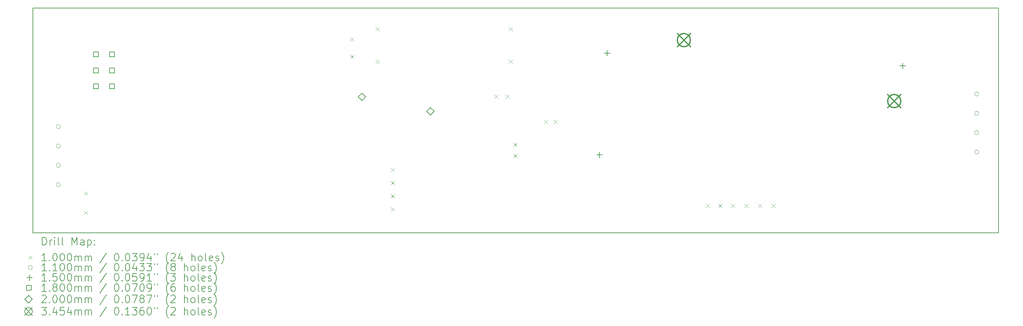
<source format=gbr>
%TF.GenerationSoftware,KiCad,Pcbnew,7.0.9*%
%TF.CreationDate,2024-04-15T23:42:45-07:00*%
%TF.ProjectId,AVcarrierBoard,41566361-7272-4696-9572-426f6172642e,rev?*%
%TF.SameCoordinates,Original*%
%TF.FileFunction,Drillmap*%
%TF.FilePolarity,Positive*%
%FSLAX45Y45*%
G04 Gerber Fmt 4.5, Leading zero omitted, Abs format (unit mm)*
G04 Created by KiCad (PCBNEW 7.0.9) date 2024-04-15 23:42:45*
%MOMM*%
%LPD*%
G01*
G04 APERTURE LIST*
%ADD10C,0.200000*%
%ADD11C,0.100000*%
%ADD12C,0.110000*%
%ADD13C,0.150000*%
%ADD14C,0.180000*%
%ADD15C,0.345440*%
G04 APERTURE END LIST*
D10*
X2276500Y-6557000D02*
X27636500Y-6557000D01*
X27636500Y-12457000D01*
X2276500Y-12457000D01*
X2276500Y-6557000D01*
D11*
X3623500Y-11372000D02*
X3723500Y-11472000D01*
X3723500Y-11372000D02*
X3623500Y-11472000D01*
X3623500Y-11880000D02*
X3723500Y-11980000D01*
X3723500Y-11880000D02*
X3623500Y-11980000D01*
X10609939Y-7326553D02*
X10709939Y-7426553D01*
X10709939Y-7326553D02*
X10609939Y-7426553D01*
X10609939Y-7782600D02*
X10709939Y-7882600D01*
X10709939Y-7782600D02*
X10609939Y-7882600D01*
X11281000Y-7062000D02*
X11381000Y-7162000D01*
X11381000Y-7062000D02*
X11281000Y-7162000D01*
X11281000Y-7912000D02*
X11381000Y-8012000D01*
X11381000Y-7912000D02*
X11281000Y-8012000D01*
X11677500Y-10756000D02*
X11777500Y-10856000D01*
X11777500Y-10756000D02*
X11677500Y-10856000D01*
X11677500Y-11102000D02*
X11777500Y-11202000D01*
X11777500Y-11102000D02*
X11677500Y-11202000D01*
X11677500Y-11448000D02*
X11777500Y-11548000D01*
X11777500Y-11448000D02*
X11677500Y-11548000D01*
X11677500Y-11794000D02*
X11777500Y-11894000D01*
X11777500Y-11794000D02*
X11677500Y-11894000D01*
X14397020Y-8829840D02*
X14497020Y-8929840D01*
X14497020Y-8829840D02*
X14397020Y-8929840D01*
X14694020Y-8829840D02*
X14794020Y-8929840D01*
X14794020Y-8829840D02*
X14694020Y-8929840D01*
X14781000Y-7062000D02*
X14881000Y-7162000D01*
X14881000Y-7062000D02*
X14781000Y-7162000D01*
X14781000Y-7912000D02*
X14881000Y-8012000D01*
X14881000Y-7912000D02*
X14781000Y-8012000D01*
X14895360Y-10094260D02*
X14995360Y-10194260D01*
X14995360Y-10094260D02*
X14895360Y-10194260D01*
X14895360Y-10391260D02*
X14995360Y-10491260D01*
X14995360Y-10391260D02*
X14895360Y-10491260D01*
X15703080Y-9500400D02*
X15803080Y-9600400D01*
X15803080Y-9500400D02*
X15703080Y-9600400D01*
X15957080Y-9500400D02*
X16057080Y-9600400D01*
X16057080Y-9500400D02*
X15957080Y-9600400D01*
X19952500Y-11697500D02*
X20052500Y-11797500D01*
X20052500Y-11697500D02*
X19952500Y-11797500D01*
X20276500Y-11697500D02*
X20376500Y-11797500D01*
X20376500Y-11697500D02*
X20276500Y-11797500D01*
X20614500Y-11697500D02*
X20714500Y-11797500D01*
X20714500Y-11697500D02*
X20614500Y-11797500D01*
X20968500Y-11697500D02*
X21068500Y-11797500D01*
X21068500Y-11697500D02*
X20968500Y-11797500D01*
X21322500Y-11697500D02*
X21422500Y-11797500D01*
X21422500Y-11697500D02*
X21322500Y-11797500D01*
X21676500Y-11697500D02*
X21776500Y-11797500D01*
X21776500Y-11697500D02*
X21676500Y-11797500D01*
D12*
X3001400Y-9672320D02*
G75*
G03*
X3001400Y-9672320I-55000J0D01*
G01*
X3001400Y-10180320D02*
G75*
G03*
X3001400Y-10180320I-55000J0D01*
G01*
X3001400Y-10688320D02*
G75*
G03*
X3001400Y-10688320I-55000J0D01*
G01*
X3001400Y-11196320D02*
G75*
G03*
X3001400Y-11196320I-55000J0D01*
G01*
X27120000Y-8813750D02*
G75*
G03*
X27120000Y-8813750I-55000J0D01*
G01*
X27120000Y-9321750D02*
G75*
G03*
X27120000Y-9321750I-55000J0D01*
G01*
X27120000Y-9829750D02*
G75*
G03*
X27120000Y-9829750I-55000J0D01*
G01*
X27120000Y-10337750D02*
G75*
G03*
X27120000Y-10337750I-55000J0D01*
G01*
D13*
X17160240Y-10339000D02*
X17160240Y-10489000D01*
X17085240Y-10414000D02*
X17235240Y-10414000D01*
X17361800Y-7665260D02*
X17361800Y-7815260D01*
X17286800Y-7740260D02*
X17436800Y-7740260D01*
X25122800Y-8002200D02*
X25122800Y-8152200D01*
X25047800Y-8077200D02*
X25197800Y-8077200D01*
D14*
X3999420Y-7836684D02*
X3999420Y-7709403D01*
X3872140Y-7709403D01*
X3872140Y-7836684D01*
X3999420Y-7836684D01*
X3999420Y-8256683D02*
X3999420Y-8129403D01*
X3872140Y-8129403D01*
X3872140Y-8256683D01*
X3999420Y-8256683D01*
X3999420Y-8676683D02*
X3999420Y-8549403D01*
X3872140Y-8549403D01*
X3872140Y-8676683D01*
X3999420Y-8676683D01*
X4419420Y-7836684D02*
X4419420Y-7709403D01*
X4292140Y-7709403D01*
X4292140Y-7836684D01*
X4419420Y-7836684D01*
X4419420Y-8256683D02*
X4419420Y-8129403D01*
X4292140Y-8129403D01*
X4292140Y-8256683D01*
X4419420Y-8256683D01*
X4419420Y-8676683D02*
X4419420Y-8549403D01*
X4292140Y-8549403D01*
X4292140Y-8676683D01*
X4419420Y-8676683D01*
D10*
X10922000Y-8990000D02*
X11022000Y-8890000D01*
X10922000Y-8790000D01*
X10822000Y-8890000D01*
X10922000Y-8990000D01*
X12720320Y-9371000D02*
X12820320Y-9271000D01*
X12720320Y-9171000D01*
X12620320Y-9271000D01*
X12720320Y-9371000D01*
D15*
X19202780Y-7227080D02*
X19548220Y-7572520D01*
X19548220Y-7227080D02*
X19202780Y-7572520D01*
X19548220Y-7399800D02*
G75*
G03*
X19548220Y-7399800I-172720J0D01*
G01*
X24727280Y-8827280D02*
X25072720Y-9172720D01*
X25072720Y-8827280D02*
X24727280Y-9172720D01*
X25072720Y-9000000D02*
G75*
G03*
X25072720Y-9000000I-172720J0D01*
G01*
D10*
X2527277Y-12778484D02*
X2527277Y-12578484D01*
X2527277Y-12578484D02*
X2574896Y-12578484D01*
X2574896Y-12578484D02*
X2603467Y-12588008D01*
X2603467Y-12588008D02*
X2622515Y-12607055D01*
X2622515Y-12607055D02*
X2632039Y-12626103D01*
X2632039Y-12626103D02*
X2641563Y-12664198D01*
X2641563Y-12664198D02*
X2641563Y-12692769D01*
X2641563Y-12692769D02*
X2632039Y-12730865D01*
X2632039Y-12730865D02*
X2622515Y-12749912D01*
X2622515Y-12749912D02*
X2603467Y-12768960D01*
X2603467Y-12768960D02*
X2574896Y-12778484D01*
X2574896Y-12778484D02*
X2527277Y-12778484D01*
X2727277Y-12778484D02*
X2727277Y-12645150D01*
X2727277Y-12683246D02*
X2736801Y-12664198D01*
X2736801Y-12664198D02*
X2746324Y-12654674D01*
X2746324Y-12654674D02*
X2765372Y-12645150D01*
X2765372Y-12645150D02*
X2784420Y-12645150D01*
X2851086Y-12778484D02*
X2851086Y-12645150D01*
X2851086Y-12578484D02*
X2841562Y-12588008D01*
X2841562Y-12588008D02*
X2851086Y-12597531D01*
X2851086Y-12597531D02*
X2860610Y-12588008D01*
X2860610Y-12588008D02*
X2851086Y-12578484D01*
X2851086Y-12578484D02*
X2851086Y-12597531D01*
X2974896Y-12778484D02*
X2955848Y-12768960D01*
X2955848Y-12768960D02*
X2946324Y-12749912D01*
X2946324Y-12749912D02*
X2946324Y-12578484D01*
X3079658Y-12778484D02*
X3060610Y-12768960D01*
X3060610Y-12768960D02*
X3051086Y-12749912D01*
X3051086Y-12749912D02*
X3051086Y-12578484D01*
X3308229Y-12778484D02*
X3308229Y-12578484D01*
X3308229Y-12578484D02*
X3374896Y-12721341D01*
X3374896Y-12721341D02*
X3441562Y-12578484D01*
X3441562Y-12578484D02*
X3441562Y-12778484D01*
X3622515Y-12778484D02*
X3622515Y-12673722D01*
X3622515Y-12673722D02*
X3612991Y-12654674D01*
X3612991Y-12654674D02*
X3593943Y-12645150D01*
X3593943Y-12645150D02*
X3555848Y-12645150D01*
X3555848Y-12645150D02*
X3536801Y-12654674D01*
X3622515Y-12768960D02*
X3603467Y-12778484D01*
X3603467Y-12778484D02*
X3555848Y-12778484D01*
X3555848Y-12778484D02*
X3536801Y-12768960D01*
X3536801Y-12768960D02*
X3527277Y-12749912D01*
X3527277Y-12749912D02*
X3527277Y-12730865D01*
X3527277Y-12730865D02*
X3536801Y-12711817D01*
X3536801Y-12711817D02*
X3555848Y-12702293D01*
X3555848Y-12702293D02*
X3603467Y-12702293D01*
X3603467Y-12702293D02*
X3622515Y-12692769D01*
X3717753Y-12645150D02*
X3717753Y-12845150D01*
X3717753Y-12654674D02*
X3736801Y-12645150D01*
X3736801Y-12645150D02*
X3774896Y-12645150D01*
X3774896Y-12645150D02*
X3793943Y-12654674D01*
X3793943Y-12654674D02*
X3803467Y-12664198D01*
X3803467Y-12664198D02*
X3812991Y-12683246D01*
X3812991Y-12683246D02*
X3812991Y-12740388D01*
X3812991Y-12740388D02*
X3803467Y-12759436D01*
X3803467Y-12759436D02*
X3793943Y-12768960D01*
X3793943Y-12768960D02*
X3774896Y-12778484D01*
X3774896Y-12778484D02*
X3736801Y-12778484D01*
X3736801Y-12778484D02*
X3717753Y-12768960D01*
X3898705Y-12759436D02*
X3908229Y-12768960D01*
X3908229Y-12768960D02*
X3898705Y-12778484D01*
X3898705Y-12778484D02*
X3889182Y-12768960D01*
X3889182Y-12768960D02*
X3898705Y-12759436D01*
X3898705Y-12759436D02*
X3898705Y-12778484D01*
X3898705Y-12654674D02*
X3908229Y-12664198D01*
X3908229Y-12664198D02*
X3898705Y-12673722D01*
X3898705Y-12673722D02*
X3889182Y-12664198D01*
X3889182Y-12664198D02*
X3898705Y-12654674D01*
X3898705Y-12654674D02*
X3898705Y-12673722D01*
D11*
X2166500Y-13057000D02*
X2266500Y-13157000D01*
X2266500Y-13057000D02*
X2166500Y-13157000D01*
D10*
X2632039Y-13198484D02*
X2517753Y-13198484D01*
X2574896Y-13198484D02*
X2574896Y-12998484D01*
X2574896Y-12998484D02*
X2555848Y-13027055D01*
X2555848Y-13027055D02*
X2536801Y-13046103D01*
X2536801Y-13046103D02*
X2517753Y-13055627D01*
X2717753Y-13179436D02*
X2727277Y-13188960D01*
X2727277Y-13188960D02*
X2717753Y-13198484D01*
X2717753Y-13198484D02*
X2708229Y-13188960D01*
X2708229Y-13188960D02*
X2717753Y-13179436D01*
X2717753Y-13179436D02*
X2717753Y-13198484D01*
X2851086Y-12998484D02*
X2870134Y-12998484D01*
X2870134Y-12998484D02*
X2889182Y-13008008D01*
X2889182Y-13008008D02*
X2898705Y-13017531D01*
X2898705Y-13017531D02*
X2908229Y-13036579D01*
X2908229Y-13036579D02*
X2917753Y-13074674D01*
X2917753Y-13074674D02*
X2917753Y-13122293D01*
X2917753Y-13122293D02*
X2908229Y-13160388D01*
X2908229Y-13160388D02*
X2898705Y-13179436D01*
X2898705Y-13179436D02*
X2889182Y-13188960D01*
X2889182Y-13188960D02*
X2870134Y-13198484D01*
X2870134Y-13198484D02*
X2851086Y-13198484D01*
X2851086Y-13198484D02*
X2832039Y-13188960D01*
X2832039Y-13188960D02*
X2822515Y-13179436D01*
X2822515Y-13179436D02*
X2812991Y-13160388D01*
X2812991Y-13160388D02*
X2803467Y-13122293D01*
X2803467Y-13122293D02*
X2803467Y-13074674D01*
X2803467Y-13074674D02*
X2812991Y-13036579D01*
X2812991Y-13036579D02*
X2822515Y-13017531D01*
X2822515Y-13017531D02*
X2832039Y-13008008D01*
X2832039Y-13008008D02*
X2851086Y-12998484D01*
X3041562Y-12998484D02*
X3060610Y-12998484D01*
X3060610Y-12998484D02*
X3079658Y-13008008D01*
X3079658Y-13008008D02*
X3089182Y-13017531D01*
X3089182Y-13017531D02*
X3098705Y-13036579D01*
X3098705Y-13036579D02*
X3108229Y-13074674D01*
X3108229Y-13074674D02*
X3108229Y-13122293D01*
X3108229Y-13122293D02*
X3098705Y-13160388D01*
X3098705Y-13160388D02*
X3089182Y-13179436D01*
X3089182Y-13179436D02*
X3079658Y-13188960D01*
X3079658Y-13188960D02*
X3060610Y-13198484D01*
X3060610Y-13198484D02*
X3041562Y-13198484D01*
X3041562Y-13198484D02*
X3022515Y-13188960D01*
X3022515Y-13188960D02*
X3012991Y-13179436D01*
X3012991Y-13179436D02*
X3003467Y-13160388D01*
X3003467Y-13160388D02*
X2993943Y-13122293D01*
X2993943Y-13122293D02*
X2993943Y-13074674D01*
X2993943Y-13074674D02*
X3003467Y-13036579D01*
X3003467Y-13036579D02*
X3012991Y-13017531D01*
X3012991Y-13017531D02*
X3022515Y-13008008D01*
X3022515Y-13008008D02*
X3041562Y-12998484D01*
X3232039Y-12998484D02*
X3251086Y-12998484D01*
X3251086Y-12998484D02*
X3270134Y-13008008D01*
X3270134Y-13008008D02*
X3279658Y-13017531D01*
X3279658Y-13017531D02*
X3289182Y-13036579D01*
X3289182Y-13036579D02*
X3298705Y-13074674D01*
X3298705Y-13074674D02*
X3298705Y-13122293D01*
X3298705Y-13122293D02*
X3289182Y-13160388D01*
X3289182Y-13160388D02*
X3279658Y-13179436D01*
X3279658Y-13179436D02*
X3270134Y-13188960D01*
X3270134Y-13188960D02*
X3251086Y-13198484D01*
X3251086Y-13198484D02*
X3232039Y-13198484D01*
X3232039Y-13198484D02*
X3212991Y-13188960D01*
X3212991Y-13188960D02*
X3203467Y-13179436D01*
X3203467Y-13179436D02*
X3193943Y-13160388D01*
X3193943Y-13160388D02*
X3184420Y-13122293D01*
X3184420Y-13122293D02*
X3184420Y-13074674D01*
X3184420Y-13074674D02*
X3193943Y-13036579D01*
X3193943Y-13036579D02*
X3203467Y-13017531D01*
X3203467Y-13017531D02*
X3212991Y-13008008D01*
X3212991Y-13008008D02*
X3232039Y-12998484D01*
X3384420Y-13198484D02*
X3384420Y-13065150D01*
X3384420Y-13084198D02*
X3393943Y-13074674D01*
X3393943Y-13074674D02*
X3412991Y-13065150D01*
X3412991Y-13065150D02*
X3441563Y-13065150D01*
X3441563Y-13065150D02*
X3460610Y-13074674D01*
X3460610Y-13074674D02*
X3470134Y-13093722D01*
X3470134Y-13093722D02*
X3470134Y-13198484D01*
X3470134Y-13093722D02*
X3479658Y-13074674D01*
X3479658Y-13074674D02*
X3498705Y-13065150D01*
X3498705Y-13065150D02*
X3527277Y-13065150D01*
X3527277Y-13065150D02*
X3546324Y-13074674D01*
X3546324Y-13074674D02*
X3555848Y-13093722D01*
X3555848Y-13093722D02*
X3555848Y-13198484D01*
X3651086Y-13198484D02*
X3651086Y-13065150D01*
X3651086Y-13084198D02*
X3660610Y-13074674D01*
X3660610Y-13074674D02*
X3679658Y-13065150D01*
X3679658Y-13065150D02*
X3708229Y-13065150D01*
X3708229Y-13065150D02*
X3727277Y-13074674D01*
X3727277Y-13074674D02*
X3736801Y-13093722D01*
X3736801Y-13093722D02*
X3736801Y-13198484D01*
X3736801Y-13093722D02*
X3746324Y-13074674D01*
X3746324Y-13074674D02*
X3765372Y-13065150D01*
X3765372Y-13065150D02*
X3793943Y-13065150D01*
X3793943Y-13065150D02*
X3812991Y-13074674D01*
X3812991Y-13074674D02*
X3822515Y-13093722D01*
X3822515Y-13093722D02*
X3822515Y-13198484D01*
X4212991Y-12988960D02*
X4041563Y-13246103D01*
X4470134Y-12998484D02*
X4489182Y-12998484D01*
X4489182Y-12998484D02*
X4508229Y-13008008D01*
X4508229Y-13008008D02*
X4517753Y-13017531D01*
X4517753Y-13017531D02*
X4527277Y-13036579D01*
X4527277Y-13036579D02*
X4536801Y-13074674D01*
X4536801Y-13074674D02*
X4536801Y-13122293D01*
X4536801Y-13122293D02*
X4527277Y-13160388D01*
X4527277Y-13160388D02*
X4517753Y-13179436D01*
X4517753Y-13179436D02*
X4508229Y-13188960D01*
X4508229Y-13188960D02*
X4489182Y-13198484D01*
X4489182Y-13198484D02*
X4470134Y-13198484D01*
X4470134Y-13198484D02*
X4451087Y-13188960D01*
X4451087Y-13188960D02*
X4441563Y-13179436D01*
X4441563Y-13179436D02*
X4432039Y-13160388D01*
X4432039Y-13160388D02*
X4422515Y-13122293D01*
X4422515Y-13122293D02*
X4422515Y-13074674D01*
X4422515Y-13074674D02*
X4432039Y-13036579D01*
X4432039Y-13036579D02*
X4441563Y-13017531D01*
X4441563Y-13017531D02*
X4451087Y-13008008D01*
X4451087Y-13008008D02*
X4470134Y-12998484D01*
X4622515Y-13179436D02*
X4632039Y-13188960D01*
X4632039Y-13188960D02*
X4622515Y-13198484D01*
X4622515Y-13198484D02*
X4612991Y-13188960D01*
X4612991Y-13188960D02*
X4622515Y-13179436D01*
X4622515Y-13179436D02*
X4622515Y-13198484D01*
X4755848Y-12998484D02*
X4774896Y-12998484D01*
X4774896Y-12998484D02*
X4793944Y-13008008D01*
X4793944Y-13008008D02*
X4803468Y-13017531D01*
X4803468Y-13017531D02*
X4812991Y-13036579D01*
X4812991Y-13036579D02*
X4822515Y-13074674D01*
X4822515Y-13074674D02*
X4822515Y-13122293D01*
X4822515Y-13122293D02*
X4812991Y-13160388D01*
X4812991Y-13160388D02*
X4803468Y-13179436D01*
X4803468Y-13179436D02*
X4793944Y-13188960D01*
X4793944Y-13188960D02*
X4774896Y-13198484D01*
X4774896Y-13198484D02*
X4755848Y-13198484D01*
X4755848Y-13198484D02*
X4736801Y-13188960D01*
X4736801Y-13188960D02*
X4727277Y-13179436D01*
X4727277Y-13179436D02*
X4717753Y-13160388D01*
X4717753Y-13160388D02*
X4708229Y-13122293D01*
X4708229Y-13122293D02*
X4708229Y-13074674D01*
X4708229Y-13074674D02*
X4717753Y-13036579D01*
X4717753Y-13036579D02*
X4727277Y-13017531D01*
X4727277Y-13017531D02*
X4736801Y-13008008D01*
X4736801Y-13008008D02*
X4755848Y-12998484D01*
X4889182Y-12998484D02*
X5012991Y-12998484D01*
X5012991Y-12998484D02*
X4946325Y-13074674D01*
X4946325Y-13074674D02*
X4974896Y-13074674D01*
X4974896Y-13074674D02*
X4993944Y-13084198D01*
X4993944Y-13084198D02*
X5003468Y-13093722D01*
X5003468Y-13093722D02*
X5012991Y-13112769D01*
X5012991Y-13112769D02*
X5012991Y-13160388D01*
X5012991Y-13160388D02*
X5003468Y-13179436D01*
X5003468Y-13179436D02*
X4993944Y-13188960D01*
X4993944Y-13188960D02*
X4974896Y-13198484D01*
X4974896Y-13198484D02*
X4917753Y-13198484D01*
X4917753Y-13198484D02*
X4898706Y-13188960D01*
X4898706Y-13188960D02*
X4889182Y-13179436D01*
X5108229Y-13198484D02*
X5146325Y-13198484D01*
X5146325Y-13198484D02*
X5165372Y-13188960D01*
X5165372Y-13188960D02*
X5174896Y-13179436D01*
X5174896Y-13179436D02*
X5193944Y-13150865D01*
X5193944Y-13150865D02*
X5203468Y-13112769D01*
X5203468Y-13112769D02*
X5203468Y-13036579D01*
X5203468Y-13036579D02*
X5193944Y-13017531D01*
X5193944Y-13017531D02*
X5184420Y-13008008D01*
X5184420Y-13008008D02*
X5165372Y-12998484D01*
X5165372Y-12998484D02*
X5127277Y-12998484D01*
X5127277Y-12998484D02*
X5108229Y-13008008D01*
X5108229Y-13008008D02*
X5098706Y-13017531D01*
X5098706Y-13017531D02*
X5089182Y-13036579D01*
X5089182Y-13036579D02*
X5089182Y-13084198D01*
X5089182Y-13084198D02*
X5098706Y-13103246D01*
X5098706Y-13103246D02*
X5108229Y-13112769D01*
X5108229Y-13112769D02*
X5127277Y-13122293D01*
X5127277Y-13122293D02*
X5165372Y-13122293D01*
X5165372Y-13122293D02*
X5184420Y-13112769D01*
X5184420Y-13112769D02*
X5193944Y-13103246D01*
X5193944Y-13103246D02*
X5203468Y-13084198D01*
X5374896Y-13065150D02*
X5374896Y-13198484D01*
X5327277Y-12988960D02*
X5279658Y-13131817D01*
X5279658Y-13131817D02*
X5403468Y-13131817D01*
X5470134Y-12998484D02*
X5470134Y-13036579D01*
X5546325Y-12998484D02*
X5546325Y-13036579D01*
X5841563Y-13274674D02*
X5832039Y-13265150D01*
X5832039Y-13265150D02*
X5812991Y-13236579D01*
X5812991Y-13236579D02*
X5803468Y-13217531D01*
X5803468Y-13217531D02*
X5793944Y-13188960D01*
X5793944Y-13188960D02*
X5784420Y-13141341D01*
X5784420Y-13141341D02*
X5784420Y-13103246D01*
X5784420Y-13103246D02*
X5793944Y-13055627D01*
X5793944Y-13055627D02*
X5803468Y-13027055D01*
X5803468Y-13027055D02*
X5812991Y-13008008D01*
X5812991Y-13008008D02*
X5832039Y-12979436D01*
X5832039Y-12979436D02*
X5841563Y-12969912D01*
X5908229Y-13017531D02*
X5917753Y-13008008D01*
X5917753Y-13008008D02*
X5936801Y-12998484D01*
X5936801Y-12998484D02*
X5984420Y-12998484D01*
X5984420Y-12998484D02*
X6003468Y-13008008D01*
X6003468Y-13008008D02*
X6012991Y-13017531D01*
X6012991Y-13017531D02*
X6022515Y-13036579D01*
X6022515Y-13036579D02*
X6022515Y-13055627D01*
X6022515Y-13055627D02*
X6012991Y-13084198D01*
X6012991Y-13084198D02*
X5898706Y-13198484D01*
X5898706Y-13198484D02*
X6022515Y-13198484D01*
X6193944Y-13065150D02*
X6193944Y-13198484D01*
X6146325Y-12988960D02*
X6098706Y-13131817D01*
X6098706Y-13131817D02*
X6222515Y-13131817D01*
X6451087Y-13198484D02*
X6451087Y-12998484D01*
X6536801Y-13198484D02*
X6536801Y-13093722D01*
X6536801Y-13093722D02*
X6527277Y-13074674D01*
X6527277Y-13074674D02*
X6508230Y-13065150D01*
X6508230Y-13065150D02*
X6479658Y-13065150D01*
X6479658Y-13065150D02*
X6460610Y-13074674D01*
X6460610Y-13074674D02*
X6451087Y-13084198D01*
X6660610Y-13198484D02*
X6641563Y-13188960D01*
X6641563Y-13188960D02*
X6632039Y-13179436D01*
X6632039Y-13179436D02*
X6622515Y-13160388D01*
X6622515Y-13160388D02*
X6622515Y-13103246D01*
X6622515Y-13103246D02*
X6632039Y-13084198D01*
X6632039Y-13084198D02*
X6641563Y-13074674D01*
X6641563Y-13074674D02*
X6660610Y-13065150D01*
X6660610Y-13065150D02*
X6689182Y-13065150D01*
X6689182Y-13065150D02*
X6708230Y-13074674D01*
X6708230Y-13074674D02*
X6717753Y-13084198D01*
X6717753Y-13084198D02*
X6727277Y-13103246D01*
X6727277Y-13103246D02*
X6727277Y-13160388D01*
X6727277Y-13160388D02*
X6717753Y-13179436D01*
X6717753Y-13179436D02*
X6708230Y-13188960D01*
X6708230Y-13188960D02*
X6689182Y-13198484D01*
X6689182Y-13198484D02*
X6660610Y-13198484D01*
X6841563Y-13198484D02*
X6822515Y-13188960D01*
X6822515Y-13188960D02*
X6812991Y-13169912D01*
X6812991Y-13169912D02*
X6812991Y-12998484D01*
X6993944Y-13188960D02*
X6974896Y-13198484D01*
X6974896Y-13198484D02*
X6936801Y-13198484D01*
X6936801Y-13198484D02*
X6917753Y-13188960D01*
X6917753Y-13188960D02*
X6908230Y-13169912D01*
X6908230Y-13169912D02*
X6908230Y-13093722D01*
X6908230Y-13093722D02*
X6917753Y-13074674D01*
X6917753Y-13074674D02*
X6936801Y-13065150D01*
X6936801Y-13065150D02*
X6974896Y-13065150D01*
X6974896Y-13065150D02*
X6993944Y-13074674D01*
X6993944Y-13074674D02*
X7003468Y-13093722D01*
X7003468Y-13093722D02*
X7003468Y-13112769D01*
X7003468Y-13112769D02*
X6908230Y-13131817D01*
X7079658Y-13188960D02*
X7098706Y-13198484D01*
X7098706Y-13198484D02*
X7136801Y-13198484D01*
X7136801Y-13198484D02*
X7155849Y-13188960D01*
X7155849Y-13188960D02*
X7165372Y-13169912D01*
X7165372Y-13169912D02*
X7165372Y-13160388D01*
X7165372Y-13160388D02*
X7155849Y-13141341D01*
X7155849Y-13141341D02*
X7136801Y-13131817D01*
X7136801Y-13131817D02*
X7108230Y-13131817D01*
X7108230Y-13131817D02*
X7089182Y-13122293D01*
X7089182Y-13122293D02*
X7079658Y-13103246D01*
X7079658Y-13103246D02*
X7079658Y-13093722D01*
X7079658Y-13093722D02*
X7089182Y-13074674D01*
X7089182Y-13074674D02*
X7108230Y-13065150D01*
X7108230Y-13065150D02*
X7136801Y-13065150D01*
X7136801Y-13065150D02*
X7155849Y-13074674D01*
X7232039Y-13274674D02*
X7241563Y-13265150D01*
X7241563Y-13265150D02*
X7260611Y-13236579D01*
X7260611Y-13236579D02*
X7270134Y-13217531D01*
X7270134Y-13217531D02*
X7279658Y-13188960D01*
X7279658Y-13188960D02*
X7289182Y-13141341D01*
X7289182Y-13141341D02*
X7289182Y-13103246D01*
X7289182Y-13103246D02*
X7279658Y-13055627D01*
X7279658Y-13055627D02*
X7270134Y-13027055D01*
X7270134Y-13027055D02*
X7260611Y-13008008D01*
X7260611Y-13008008D02*
X7241563Y-12979436D01*
X7241563Y-12979436D02*
X7232039Y-12969912D01*
D12*
X2266500Y-13371000D02*
G75*
G03*
X2266500Y-13371000I-55000J0D01*
G01*
D10*
X2632039Y-13462484D02*
X2517753Y-13462484D01*
X2574896Y-13462484D02*
X2574896Y-13262484D01*
X2574896Y-13262484D02*
X2555848Y-13291055D01*
X2555848Y-13291055D02*
X2536801Y-13310103D01*
X2536801Y-13310103D02*
X2517753Y-13319627D01*
X2717753Y-13443436D02*
X2727277Y-13452960D01*
X2727277Y-13452960D02*
X2717753Y-13462484D01*
X2717753Y-13462484D02*
X2708229Y-13452960D01*
X2708229Y-13452960D02*
X2717753Y-13443436D01*
X2717753Y-13443436D02*
X2717753Y-13462484D01*
X2917753Y-13462484D02*
X2803467Y-13462484D01*
X2860610Y-13462484D02*
X2860610Y-13262484D01*
X2860610Y-13262484D02*
X2841562Y-13291055D01*
X2841562Y-13291055D02*
X2822515Y-13310103D01*
X2822515Y-13310103D02*
X2803467Y-13319627D01*
X3041562Y-13262484D02*
X3060610Y-13262484D01*
X3060610Y-13262484D02*
X3079658Y-13272008D01*
X3079658Y-13272008D02*
X3089182Y-13281531D01*
X3089182Y-13281531D02*
X3098705Y-13300579D01*
X3098705Y-13300579D02*
X3108229Y-13338674D01*
X3108229Y-13338674D02*
X3108229Y-13386293D01*
X3108229Y-13386293D02*
X3098705Y-13424388D01*
X3098705Y-13424388D02*
X3089182Y-13443436D01*
X3089182Y-13443436D02*
X3079658Y-13452960D01*
X3079658Y-13452960D02*
X3060610Y-13462484D01*
X3060610Y-13462484D02*
X3041562Y-13462484D01*
X3041562Y-13462484D02*
X3022515Y-13452960D01*
X3022515Y-13452960D02*
X3012991Y-13443436D01*
X3012991Y-13443436D02*
X3003467Y-13424388D01*
X3003467Y-13424388D02*
X2993943Y-13386293D01*
X2993943Y-13386293D02*
X2993943Y-13338674D01*
X2993943Y-13338674D02*
X3003467Y-13300579D01*
X3003467Y-13300579D02*
X3012991Y-13281531D01*
X3012991Y-13281531D02*
X3022515Y-13272008D01*
X3022515Y-13272008D02*
X3041562Y-13262484D01*
X3232039Y-13262484D02*
X3251086Y-13262484D01*
X3251086Y-13262484D02*
X3270134Y-13272008D01*
X3270134Y-13272008D02*
X3279658Y-13281531D01*
X3279658Y-13281531D02*
X3289182Y-13300579D01*
X3289182Y-13300579D02*
X3298705Y-13338674D01*
X3298705Y-13338674D02*
X3298705Y-13386293D01*
X3298705Y-13386293D02*
X3289182Y-13424388D01*
X3289182Y-13424388D02*
X3279658Y-13443436D01*
X3279658Y-13443436D02*
X3270134Y-13452960D01*
X3270134Y-13452960D02*
X3251086Y-13462484D01*
X3251086Y-13462484D02*
X3232039Y-13462484D01*
X3232039Y-13462484D02*
X3212991Y-13452960D01*
X3212991Y-13452960D02*
X3203467Y-13443436D01*
X3203467Y-13443436D02*
X3193943Y-13424388D01*
X3193943Y-13424388D02*
X3184420Y-13386293D01*
X3184420Y-13386293D02*
X3184420Y-13338674D01*
X3184420Y-13338674D02*
X3193943Y-13300579D01*
X3193943Y-13300579D02*
X3203467Y-13281531D01*
X3203467Y-13281531D02*
X3212991Y-13272008D01*
X3212991Y-13272008D02*
X3232039Y-13262484D01*
X3384420Y-13462484D02*
X3384420Y-13329150D01*
X3384420Y-13348198D02*
X3393943Y-13338674D01*
X3393943Y-13338674D02*
X3412991Y-13329150D01*
X3412991Y-13329150D02*
X3441563Y-13329150D01*
X3441563Y-13329150D02*
X3460610Y-13338674D01*
X3460610Y-13338674D02*
X3470134Y-13357722D01*
X3470134Y-13357722D02*
X3470134Y-13462484D01*
X3470134Y-13357722D02*
X3479658Y-13338674D01*
X3479658Y-13338674D02*
X3498705Y-13329150D01*
X3498705Y-13329150D02*
X3527277Y-13329150D01*
X3527277Y-13329150D02*
X3546324Y-13338674D01*
X3546324Y-13338674D02*
X3555848Y-13357722D01*
X3555848Y-13357722D02*
X3555848Y-13462484D01*
X3651086Y-13462484D02*
X3651086Y-13329150D01*
X3651086Y-13348198D02*
X3660610Y-13338674D01*
X3660610Y-13338674D02*
X3679658Y-13329150D01*
X3679658Y-13329150D02*
X3708229Y-13329150D01*
X3708229Y-13329150D02*
X3727277Y-13338674D01*
X3727277Y-13338674D02*
X3736801Y-13357722D01*
X3736801Y-13357722D02*
X3736801Y-13462484D01*
X3736801Y-13357722D02*
X3746324Y-13338674D01*
X3746324Y-13338674D02*
X3765372Y-13329150D01*
X3765372Y-13329150D02*
X3793943Y-13329150D01*
X3793943Y-13329150D02*
X3812991Y-13338674D01*
X3812991Y-13338674D02*
X3822515Y-13357722D01*
X3822515Y-13357722D02*
X3822515Y-13462484D01*
X4212991Y-13252960D02*
X4041563Y-13510103D01*
X4470134Y-13262484D02*
X4489182Y-13262484D01*
X4489182Y-13262484D02*
X4508229Y-13272008D01*
X4508229Y-13272008D02*
X4517753Y-13281531D01*
X4517753Y-13281531D02*
X4527277Y-13300579D01*
X4527277Y-13300579D02*
X4536801Y-13338674D01*
X4536801Y-13338674D02*
X4536801Y-13386293D01*
X4536801Y-13386293D02*
X4527277Y-13424388D01*
X4527277Y-13424388D02*
X4517753Y-13443436D01*
X4517753Y-13443436D02*
X4508229Y-13452960D01*
X4508229Y-13452960D02*
X4489182Y-13462484D01*
X4489182Y-13462484D02*
X4470134Y-13462484D01*
X4470134Y-13462484D02*
X4451087Y-13452960D01*
X4451087Y-13452960D02*
X4441563Y-13443436D01*
X4441563Y-13443436D02*
X4432039Y-13424388D01*
X4432039Y-13424388D02*
X4422515Y-13386293D01*
X4422515Y-13386293D02*
X4422515Y-13338674D01*
X4422515Y-13338674D02*
X4432039Y-13300579D01*
X4432039Y-13300579D02*
X4441563Y-13281531D01*
X4441563Y-13281531D02*
X4451087Y-13272008D01*
X4451087Y-13272008D02*
X4470134Y-13262484D01*
X4622515Y-13443436D02*
X4632039Y-13452960D01*
X4632039Y-13452960D02*
X4622515Y-13462484D01*
X4622515Y-13462484D02*
X4612991Y-13452960D01*
X4612991Y-13452960D02*
X4622515Y-13443436D01*
X4622515Y-13443436D02*
X4622515Y-13462484D01*
X4755848Y-13262484D02*
X4774896Y-13262484D01*
X4774896Y-13262484D02*
X4793944Y-13272008D01*
X4793944Y-13272008D02*
X4803468Y-13281531D01*
X4803468Y-13281531D02*
X4812991Y-13300579D01*
X4812991Y-13300579D02*
X4822515Y-13338674D01*
X4822515Y-13338674D02*
X4822515Y-13386293D01*
X4822515Y-13386293D02*
X4812991Y-13424388D01*
X4812991Y-13424388D02*
X4803468Y-13443436D01*
X4803468Y-13443436D02*
X4793944Y-13452960D01*
X4793944Y-13452960D02*
X4774896Y-13462484D01*
X4774896Y-13462484D02*
X4755848Y-13462484D01*
X4755848Y-13462484D02*
X4736801Y-13452960D01*
X4736801Y-13452960D02*
X4727277Y-13443436D01*
X4727277Y-13443436D02*
X4717753Y-13424388D01*
X4717753Y-13424388D02*
X4708229Y-13386293D01*
X4708229Y-13386293D02*
X4708229Y-13338674D01*
X4708229Y-13338674D02*
X4717753Y-13300579D01*
X4717753Y-13300579D02*
X4727277Y-13281531D01*
X4727277Y-13281531D02*
X4736801Y-13272008D01*
X4736801Y-13272008D02*
X4755848Y-13262484D01*
X4993944Y-13329150D02*
X4993944Y-13462484D01*
X4946325Y-13252960D02*
X4898706Y-13395817D01*
X4898706Y-13395817D02*
X5022515Y-13395817D01*
X5079658Y-13262484D02*
X5203468Y-13262484D01*
X5203468Y-13262484D02*
X5136801Y-13338674D01*
X5136801Y-13338674D02*
X5165372Y-13338674D01*
X5165372Y-13338674D02*
X5184420Y-13348198D01*
X5184420Y-13348198D02*
X5193944Y-13357722D01*
X5193944Y-13357722D02*
X5203468Y-13376769D01*
X5203468Y-13376769D02*
X5203468Y-13424388D01*
X5203468Y-13424388D02*
X5193944Y-13443436D01*
X5193944Y-13443436D02*
X5184420Y-13452960D01*
X5184420Y-13452960D02*
X5165372Y-13462484D01*
X5165372Y-13462484D02*
X5108229Y-13462484D01*
X5108229Y-13462484D02*
X5089182Y-13452960D01*
X5089182Y-13452960D02*
X5079658Y-13443436D01*
X5270134Y-13262484D02*
X5393944Y-13262484D01*
X5393944Y-13262484D02*
X5327277Y-13338674D01*
X5327277Y-13338674D02*
X5355849Y-13338674D01*
X5355849Y-13338674D02*
X5374896Y-13348198D01*
X5374896Y-13348198D02*
X5384420Y-13357722D01*
X5384420Y-13357722D02*
X5393944Y-13376769D01*
X5393944Y-13376769D02*
X5393944Y-13424388D01*
X5393944Y-13424388D02*
X5384420Y-13443436D01*
X5384420Y-13443436D02*
X5374896Y-13452960D01*
X5374896Y-13452960D02*
X5355849Y-13462484D01*
X5355849Y-13462484D02*
X5298706Y-13462484D01*
X5298706Y-13462484D02*
X5279658Y-13452960D01*
X5279658Y-13452960D02*
X5270134Y-13443436D01*
X5470134Y-13262484D02*
X5470134Y-13300579D01*
X5546325Y-13262484D02*
X5546325Y-13300579D01*
X5841563Y-13538674D02*
X5832039Y-13529150D01*
X5832039Y-13529150D02*
X5812991Y-13500579D01*
X5812991Y-13500579D02*
X5803468Y-13481531D01*
X5803468Y-13481531D02*
X5793944Y-13452960D01*
X5793944Y-13452960D02*
X5784420Y-13405341D01*
X5784420Y-13405341D02*
X5784420Y-13367246D01*
X5784420Y-13367246D02*
X5793944Y-13319627D01*
X5793944Y-13319627D02*
X5803468Y-13291055D01*
X5803468Y-13291055D02*
X5812991Y-13272008D01*
X5812991Y-13272008D02*
X5832039Y-13243436D01*
X5832039Y-13243436D02*
X5841563Y-13233912D01*
X5946325Y-13348198D02*
X5927277Y-13338674D01*
X5927277Y-13338674D02*
X5917753Y-13329150D01*
X5917753Y-13329150D02*
X5908229Y-13310103D01*
X5908229Y-13310103D02*
X5908229Y-13300579D01*
X5908229Y-13300579D02*
X5917753Y-13281531D01*
X5917753Y-13281531D02*
X5927277Y-13272008D01*
X5927277Y-13272008D02*
X5946325Y-13262484D01*
X5946325Y-13262484D02*
X5984420Y-13262484D01*
X5984420Y-13262484D02*
X6003468Y-13272008D01*
X6003468Y-13272008D02*
X6012991Y-13281531D01*
X6012991Y-13281531D02*
X6022515Y-13300579D01*
X6022515Y-13300579D02*
X6022515Y-13310103D01*
X6022515Y-13310103D02*
X6012991Y-13329150D01*
X6012991Y-13329150D02*
X6003468Y-13338674D01*
X6003468Y-13338674D02*
X5984420Y-13348198D01*
X5984420Y-13348198D02*
X5946325Y-13348198D01*
X5946325Y-13348198D02*
X5927277Y-13357722D01*
X5927277Y-13357722D02*
X5917753Y-13367246D01*
X5917753Y-13367246D02*
X5908229Y-13386293D01*
X5908229Y-13386293D02*
X5908229Y-13424388D01*
X5908229Y-13424388D02*
X5917753Y-13443436D01*
X5917753Y-13443436D02*
X5927277Y-13452960D01*
X5927277Y-13452960D02*
X5946325Y-13462484D01*
X5946325Y-13462484D02*
X5984420Y-13462484D01*
X5984420Y-13462484D02*
X6003468Y-13452960D01*
X6003468Y-13452960D02*
X6012991Y-13443436D01*
X6012991Y-13443436D02*
X6022515Y-13424388D01*
X6022515Y-13424388D02*
X6022515Y-13386293D01*
X6022515Y-13386293D02*
X6012991Y-13367246D01*
X6012991Y-13367246D02*
X6003468Y-13357722D01*
X6003468Y-13357722D02*
X5984420Y-13348198D01*
X6260610Y-13462484D02*
X6260610Y-13262484D01*
X6346325Y-13462484D02*
X6346325Y-13357722D01*
X6346325Y-13357722D02*
X6336801Y-13338674D01*
X6336801Y-13338674D02*
X6317753Y-13329150D01*
X6317753Y-13329150D02*
X6289182Y-13329150D01*
X6289182Y-13329150D02*
X6270134Y-13338674D01*
X6270134Y-13338674D02*
X6260610Y-13348198D01*
X6470134Y-13462484D02*
X6451087Y-13452960D01*
X6451087Y-13452960D02*
X6441563Y-13443436D01*
X6441563Y-13443436D02*
X6432039Y-13424388D01*
X6432039Y-13424388D02*
X6432039Y-13367246D01*
X6432039Y-13367246D02*
X6441563Y-13348198D01*
X6441563Y-13348198D02*
X6451087Y-13338674D01*
X6451087Y-13338674D02*
X6470134Y-13329150D01*
X6470134Y-13329150D02*
X6498706Y-13329150D01*
X6498706Y-13329150D02*
X6517753Y-13338674D01*
X6517753Y-13338674D02*
X6527277Y-13348198D01*
X6527277Y-13348198D02*
X6536801Y-13367246D01*
X6536801Y-13367246D02*
X6536801Y-13424388D01*
X6536801Y-13424388D02*
X6527277Y-13443436D01*
X6527277Y-13443436D02*
X6517753Y-13452960D01*
X6517753Y-13452960D02*
X6498706Y-13462484D01*
X6498706Y-13462484D02*
X6470134Y-13462484D01*
X6651087Y-13462484D02*
X6632039Y-13452960D01*
X6632039Y-13452960D02*
X6622515Y-13433912D01*
X6622515Y-13433912D02*
X6622515Y-13262484D01*
X6803468Y-13452960D02*
X6784420Y-13462484D01*
X6784420Y-13462484D02*
X6746325Y-13462484D01*
X6746325Y-13462484D02*
X6727277Y-13452960D01*
X6727277Y-13452960D02*
X6717753Y-13433912D01*
X6717753Y-13433912D02*
X6717753Y-13357722D01*
X6717753Y-13357722D02*
X6727277Y-13338674D01*
X6727277Y-13338674D02*
X6746325Y-13329150D01*
X6746325Y-13329150D02*
X6784420Y-13329150D01*
X6784420Y-13329150D02*
X6803468Y-13338674D01*
X6803468Y-13338674D02*
X6812991Y-13357722D01*
X6812991Y-13357722D02*
X6812991Y-13376769D01*
X6812991Y-13376769D02*
X6717753Y-13395817D01*
X6889182Y-13452960D02*
X6908230Y-13462484D01*
X6908230Y-13462484D02*
X6946325Y-13462484D01*
X6946325Y-13462484D02*
X6965372Y-13452960D01*
X6965372Y-13452960D02*
X6974896Y-13433912D01*
X6974896Y-13433912D02*
X6974896Y-13424388D01*
X6974896Y-13424388D02*
X6965372Y-13405341D01*
X6965372Y-13405341D02*
X6946325Y-13395817D01*
X6946325Y-13395817D02*
X6917753Y-13395817D01*
X6917753Y-13395817D02*
X6898706Y-13386293D01*
X6898706Y-13386293D02*
X6889182Y-13367246D01*
X6889182Y-13367246D02*
X6889182Y-13357722D01*
X6889182Y-13357722D02*
X6898706Y-13338674D01*
X6898706Y-13338674D02*
X6917753Y-13329150D01*
X6917753Y-13329150D02*
X6946325Y-13329150D01*
X6946325Y-13329150D02*
X6965372Y-13338674D01*
X7041563Y-13538674D02*
X7051087Y-13529150D01*
X7051087Y-13529150D02*
X7070134Y-13500579D01*
X7070134Y-13500579D02*
X7079658Y-13481531D01*
X7079658Y-13481531D02*
X7089182Y-13452960D01*
X7089182Y-13452960D02*
X7098706Y-13405341D01*
X7098706Y-13405341D02*
X7098706Y-13367246D01*
X7098706Y-13367246D02*
X7089182Y-13319627D01*
X7089182Y-13319627D02*
X7079658Y-13291055D01*
X7079658Y-13291055D02*
X7070134Y-13272008D01*
X7070134Y-13272008D02*
X7051087Y-13243436D01*
X7051087Y-13243436D02*
X7041563Y-13233912D01*
D13*
X2191500Y-13560000D02*
X2191500Y-13710000D01*
X2116500Y-13635000D02*
X2266500Y-13635000D01*
D10*
X2632039Y-13726484D02*
X2517753Y-13726484D01*
X2574896Y-13726484D02*
X2574896Y-13526484D01*
X2574896Y-13526484D02*
X2555848Y-13555055D01*
X2555848Y-13555055D02*
X2536801Y-13574103D01*
X2536801Y-13574103D02*
X2517753Y-13583627D01*
X2717753Y-13707436D02*
X2727277Y-13716960D01*
X2727277Y-13716960D02*
X2717753Y-13726484D01*
X2717753Y-13726484D02*
X2708229Y-13716960D01*
X2708229Y-13716960D02*
X2717753Y-13707436D01*
X2717753Y-13707436D02*
X2717753Y-13726484D01*
X2908229Y-13526484D02*
X2812991Y-13526484D01*
X2812991Y-13526484D02*
X2803467Y-13621722D01*
X2803467Y-13621722D02*
X2812991Y-13612198D01*
X2812991Y-13612198D02*
X2832039Y-13602674D01*
X2832039Y-13602674D02*
X2879658Y-13602674D01*
X2879658Y-13602674D02*
X2898705Y-13612198D01*
X2898705Y-13612198D02*
X2908229Y-13621722D01*
X2908229Y-13621722D02*
X2917753Y-13640769D01*
X2917753Y-13640769D02*
X2917753Y-13688388D01*
X2917753Y-13688388D02*
X2908229Y-13707436D01*
X2908229Y-13707436D02*
X2898705Y-13716960D01*
X2898705Y-13716960D02*
X2879658Y-13726484D01*
X2879658Y-13726484D02*
X2832039Y-13726484D01*
X2832039Y-13726484D02*
X2812991Y-13716960D01*
X2812991Y-13716960D02*
X2803467Y-13707436D01*
X3041562Y-13526484D02*
X3060610Y-13526484D01*
X3060610Y-13526484D02*
X3079658Y-13536008D01*
X3079658Y-13536008D02*
X3089182Y-13545531D01*
X3089182Y-13545531D02*
X3098705Y-13564579D01*
X3098705Y-13564579D02*
X3108229Y-13602674D01*
X3108229Y-13602674D02*
X3108229Y-13650293D01*
X3108229Y-13650293D02*
X3098705Y-13688388D01*
X3098705Y-13688388D02*
X3089182Y-13707436D01*
X3089182Y-13707436D02*
X3079658Y-13716960D01*
X3079658Y-13716960D02*
X3060610Y-13726484D01*
X3060610Y-13726484D02*
X3041562Y-13726484D01*
X3041562Y-13726484D02*
X3022515Y-13716960D01*
X3022515Y-13716960D02*
X3012991Y-13707436D01*
X3012991Y-13707436D02*
X3003467Y-13688388D01*
X3003467Y-13688388D02*
X2993943Y-13650293D01*
X2993943Y-13650293D02*
X2993943Y-13602674D01*
X2993943Y-13602674D02*
X3003467Y-13564579D01*
X3003467Y-13564579D02*
X3012991Y-13545531D01*
X3012991Y-13545531D02*
X3022515Y-13536008D01*
X3022515Y-13536008D02*
X3041562Y-13526484D01*
X3232039Y-13526484D02*
X3251086Y-13526484D01*
X3251086Y-13526484D02*
X3270134Y-13536008D01*
X3270134Y-13536008D02*
X3279658Y-13545531D01*
X3279658Y-13545531D02*
X3289182Y-13564579D01*
X3289182Y-13564579D02*
X3298705Y-13602674D01*
X3298705Y-13602674D02*
X3298705Y-13650293D01*
X3298705Y-13650293D02*
X3289182Y-13688388D01*
X3289182Y-13688388D02*
X3279658Y-13707436D01*
X3279658Y-13707436D02*
X3270134Y-13716960D01*
X3270134Y-13716960D02*
X3251086Y-13726484D01*
X3251086Y-13726484D02*
X3232039Y-13726484D01*
X3232039Y-13726484D02*
X3212991Y-13716960D01*
X3212991Y-13716960D02*
X3203467Y-13707436D01*
X3203467Y-13707436D02*
X3193943Y-13688388D01*
X3193943Y-13688388D02*
X3184420Y-13650293D01*
X3184420Y-13650293D02*
X3184420Y-13602674D01*
X3184420Y-13602674D02*
X3193943Y-13564579D01*
X3193943Y-13564579D02*
X3203467Y-13545531D01*
X3203467Y-13545531D02*
X3212991Y-13536008D01*
X3212991Y-13536008D02*
X3232039Y-13526484D01*
X3384420Y-13726484D02*
X3384420Y-13593150D01*
X3384420Y-13612198D02*
X3393943Y-13602674D01*
X3393943Y-13602674D02*
X3412991Y-13593150D01*
X3412991Y-13593150D02*
X3441563Y-13593150D01*
X3441563Y-13593150D02*
X3460610Y-13602674D01*
X3460610Y-13602674D02*
X3470134Y-13621722D01*
X3470134Y-13621722D02*
X3470134Y-13726484D01*
X3470134Y-13621722D02*
X3479658Y-13602674D01*
X3479658Y-13602674D02*
X3498705Y-13593150D01*
X3498705Y-13593150D02*
X3527277Y-13593150D01*
X3527277Y-13593150D02*
X3546324Y-13602674D01*
X3546324Y-13602674D02*
X3555848Y-13621722D01*
X3555848Y-13621722D02*
X3555848Y-13726484D01*
X3651086Y-13726484D02*
X3651086Y-13593150D01*
X3651086Y-13612198D02*
X3660610Y-13602674D01*
X3660610Y-13602674D02*
X3679658Y-13593150D01*
X3679658Y-13593150D02*
X3708229Y-13593150D01*
X3708229Y-13593150D02*
X3727277Y-13602674D01*
X3727277Y-13602674D02*
X3736801Y-13621722D01*
X3736801Y-13621722D02*
X3736801Y-13726484D01*
X3736801Y-13621722D02*
X3746324Y-13602674D01*
X3746324Y-13602674D02*
X3765372Y-13593150D01*
X3765372Y-13593150D02*
X3793943Y-13593150D01*
X3793943Y-13593150D02*
X3812991Y-13602674D01*
X3812991Y-13602674D02*
X3822515Y-13621722D01*
X3822515Y-13621722D02*
X3822515Y-13726484D01*
X4212991Y-13516960D02*
X4041563Y-13774103D01*
X4470134Y-13526484D02*
X4489182Y-13526484D01*
X4489182Y-13526484D02*
X4508229Y-13536008D01*
X4508229Y-13536008D02*
X4517753Y-13545531D01*
X4517753Y-13545531D02*
X4527277Y-13564579D01*
X4527277Y-13564579D02*
X4536801Y-13602674D01*
X4536801Y-13602674D02*
X4536801Y-13650293D01*
X4536801Y-13650293D02*
X4527277Y-13688388D01*
X4527277Y-13688388D02*
X4517753Y-13707436D01*
X4517753Y-13707436D02*
X4508229Y-13716960D01*
X4508229Y-13716960D02*
X4489182Y-13726484D01*
X4489182Y-13726484D02*
X4470134Y-13726484D01*
X4470134Y-13726484D02*
X4451087Y-13716960D01*
X4451087Y-13716960D02*
X4441563Y-13707436D01*
X4441563Y-13707436D02*
X4432039Y-13688388D01*
X4432039Y-13688388D02*
X4422515Y-13650293D01*
X4422515Y-13650293D02*
X4422515Y-13602674D01*
X4422515Y-13602674D02*
X4432039Y-13564579D01*
X4432039Y-13564579D02*
X4441563Y-13545531D01*
X4441563Y-13545531D02*
X4451087Y-13536008D01*
X4451087Y-13536008D02*
X4470134Y-13526484D01*
X4622515Y-13707436D02*
X4632039Y-13716960D01*
X4632039Y-13716960D02*
X4622515Y-13726484D01*
X4622515Y-13726484D02*
X4612991Y-13716960D01*
X4612991Y-13716960D02*
X4622515Y-13707436D01*
X4622515Y-13707436D02*
X4622515Y-13726484D01*
X4755848Y-13526484D02*
X4774896Y-13526484D01*
X4774896Y-13526484D02*
X4793944Y-13536008D01*
X4793944Y-13536008D02*
X4803468Y-13545531D01*
X4803468Y-13545531D02*
X4812991Y-13564579D01*
X4812991Y-13564579D02*
X4822515Y-13602674D01*
X4822515Y-13602674D02*
X4822515Y-13650293D01*
X4822515Y-13650293D02*
X4812991Y-13688388D01*
X4812991Y-13688388D02*
X4803468Y-13707436D01*
X4803468Y-13707436D02*
X4793944Y-13716960D01*
X4793944Y-13716960D02*
X4774896Y-13726484D01*
X4774896Y-13726484D02*
X4755848Y-13726484D01*
X4755848Y-13726484D02*
X4736801Y-13716960D01*
X4736801Y-13716960D02*
X4727277Y-13707436D01*
X4727277Y-13707436D02*
X4717753Y-13688388D01*
X4717753Y-13688388D02*
X4708229Y-13650293D01*
X4708229Y-13650293D02*
X4708229Y-13602674D01*
X4708229Y-13602674D02*
X4717753Y-13564579D01*
X4717753Y-13564579D02*
X4727277Y-13545531D01*
X4727277Y-13545531D02*
X4736801Y-13536008D01*
X4736801Y-13536008D02*
X4755848Y-13526484D01*
X5003468Y-13526484D02*
X4908229Y-13526484D01*
X4908229Y-13526484D02*
X4898706Y-13621722D01*
X4898706Y-13621722D02*
X4908229Y-13612198D01*
X4908229Y-13612198D02*
X4927277Y-13602674D01*
X4927277Y-13602674D02*
X4974896Y-13602674D01*
X4974896Y-13602674D02*
X4993944Y-13612198D01*
X4993944Y-13612198D02*
X5003468Y-13621722D01*
X5003468Y-13621722D02*
X5012991Y-13640769D01*
X5012991Y-13640769D02*
X5012991Y-13688388D01*
X5012991Y-13688388D02*
X5003468Y-13707436D01*
X5003468Y-13707436D02*
X4993944Y-13716960D01*
X4993944Y-13716960D02*
X4974896Y-13726484D01*
X4974896Y-13726484D02*
X4927277Y-13726484D01*
X4927277Y-13726484D02*
X4908229Y-13716960D01*
X4908229Y-13716960D02*
X4898706Y-13707436D01*
X5108229Y-13726484D02*
X5146325Y-13726484D01*
X5146325Y-13726484D02*
X5165372Y-13716960D01*
X5165372Y-13716960D02*
X5174896Y-13707436D01*
X5174896Y-13707436D02*
X5193944Y-13678865D01*
X5193944Y-13678865D02*
X5203468Y-13640769D01*
X5203468Y-13640769D02*
X5203468Y-13564579D01*
X5203468Y-13564579D02*
X5193944Y-13545531D01*
X5193944Y-13545531D02*
X5184420Y-13536008D01*
X5184420Y-13536008D02*
X5165372Y-13526484D01*
X5165372Y-13526484D02*
X5127277Y-13526484D01*
X5127277Y-13526484D02*
X5108229Y-13536008D01*
X5108229Y-13536008D02*
X5098706Y-13545531D01*
X5098706Y-13545531D02*
X5089182Y-13564579D01*
X5089182Y-13564579D02*
X5089182Y-13612198D01*
X5089182Y-13612198D02*
X5098706Y-13631246D01*
X5098706Y-13631246D02*
X5108229Y-13640769D01*
X5108229Y-13640769D02*
X5127277Y-13650293D01*
X5127277Y-13650293D02*
X5165372Y-13650293D01*
X5165372Y-13650293D02*
X5184420Y-13640769D01*
X5184420Y-13640769D02*
X5193944Y-13631246D01*
X5193944Y-13631246D02*
X5203468Y-13612198D01*
X5393944Y-13726484D02*
X5279658Y-13726484D01*
X5336801Y-13726484D02*
X5336801Y-13526484D01*
X5336801Y-13526484D02*
X5317753Y-13555055D01*
X5317753Y-13555055D02*
X5298706Y-13574103D01*
X5298706Y-13574103D02*
X5279658Y-13583627D01*
X5470134Y-13526484D02*
X5470134Y-13564579D01*
X5546325Y-13526484D02*
X5546325Y-13564579D01*
X5841563Y-13802674D02*
X5832039Y-13793150D01*
X5832039Y-13793150D02*
X5812991Y-13764579D01*
X5812991Y-13764579D02*
X5803468Y-13745531D01*
X5803468Y-13745531D02*
X5793944Y-13716960D01*
X5793944Y-13716960D02*
X5784420Y-13669341D01*
X5784420Y-13669341D02*
X5784420Y-13631246D01*
X5784420Y-13631246D02*
X5793944Y-13583627D01*
X5793944Y-13583627D02*
X5803468Y-13555055D01*
X5803468Y-13555055D02*
X5812991Y-13536008D01*
X5812991Y-13536008D02*
X5832039Y-13507436D01*
X5832039Y-13507436D02*
X5841563Y-13497912D01*
X5898706Y-13526484D02*
X6022515Y-13526484D01*
X6022515Y-13526484D02*
X5955848Y-13602674D01*
X5955848Y-13602674D02*
X5984420Y-13602674D01*
X5984420Y-13602674D02*
X6003468Y-13612198D01*
X6003468Y-13612198D02*
X6012991Y-13621722D01*
X6012991Y-13621722D02*
X6022515Y-13640769D01*
X6022515Y-13640769D02*
X6022515Y-13688388D01*
X6022515Y-13688388D02*
X6012991Y-13707436D01*
X6012991Y-13707436D02*
X6003468Y-13716960D01*
X6003468Y-13716960D02*
X5984420Y-13726484D01*
X5984420Y-13726484D02*
X5927277Y-13726484D01*
X5927277Y-13726484D02*
X5908229Y-13716960D01*
X5908229Y-13716960D02*
X5898706Y-13707436D01*
X6260610Y-13726484D02*
X6260610Y-13526484D01*
X6346325Y-13726484D02*
X6346325Y-13621722D01*
X6346325Y-13621722D02*
X6336801Y-13602674D01*
X6336801Y-13602674D02*
X6317753Y-13593150D01*
X6317753Y-13593150D02*
X6289182Y-13593150D01*
X6289182Y-13593150D02*
X6270134Y-13602674D01*
X6270134Y-13602674D02*
X6260610Y-13612198D01*
X6470134Y-13726484D02*
X6451087Y-13716960D01*
X6451087Y-13716960D02*
X6441563Y-13707436D01*
X6441563Y-13707436D02*
X6432039Y-13688388D01*
X6432039Y-13688388D02*
X6432039Y-13631246D01*
X6432039Y-13631246D02*
X6441563Y-13612198D01*
X6441563Y-13612198D02*
X6451087Y-13602674D01*
X6451087Y-13602674D02*
X6470134Y-13593150D01*
X6470134Y-13593150D02*
X6498706Y-13593150D01*
X6498706Y-13593150D02*
X6517753Y-13602674D01*
X6517753Y-13602674D02*
X6527277Y-13612198D01*
X6527277Y-13612198D02*
X6536801Y-13631246D01*
X6536801Y-13631246D02*
X6536801Y-13688388D01*
X6536801Y-13688388D02*
X6527277Y-13707436D01*
X6527277Y-13707436D02*
X6517753Y-13716960D01*
X6517753Y-13716960D02*
X6498706Y-13726484D01*
X6498706Y-13726484D02*
X6470134Y-13726484D01*
X6651087Y-13726484D02*
X6632039Y-13716960D01*
X6632039Y-13716960D02*
X6622515Y-13697912D01*
X6622515Y-13697912D02*
X6622515Y-13526484D01*
X6803468Y-13716960D02*
X6784420Y-13726484D01*
X6784420Y-13726484D02*
X6746325Y-13726484D01*
X6746325Y-13726484D02*
X6727277Y-13716960D01*
X6727277Y-13716960D02*
X6717753Y-13697912D01*
X6717753Y-13697912D02*
X6717753Y-13621722D01*
X6717753Y-13621722D02*
X6727277Y-13602674D01*
X6727277Y-13602674D02*
X6746325Y-13593150D01*
X6746325Y-13593150D02*
X6784420Y-13593150D01*
X6784420Y-13593150D02*
X6803468Y-13602674D01*
X6803468Y-13602674D02*
X6812991Y-13621722D01*
X6812991Y-13621722D02*
X6812991Y-13640769D01*
X6812991Y-13640769D02*
X6717753Y-13659817D01*
X6889182Y-13716960D02*
X6908230Y-13726484D01*
X6908230Y-13726484D02*
X6946325Y-13726484D01*
X6946325Y-13726484D02*
X6965372Y-13716960D01*
X6965372Y-13716960D02*
X6974896Y-13697912D01*
X6974896Y-13697912D02*
X6974896Y-13688388D01*
X6974896Y-13688388D02*
X6965372Y-13669341D01*
X6965372Y-13669341D02*
X6946325Y-13659817D01*
X6946325Y-13659817D02*
X6917753Y-13659817D01*
X6917753Y-13659817D02*
X6898706Y-13650293D01*
X6898706Y-13650293D02*
X6889182Y-13631246D01*
X6889182Y-13631246D02*
X6889182Y-13621722D01*
X6889182Y-13621722D02*
X6898706Y-13602674D01*
X6898706Y-13602674D02*
X6917753Y-13593150D01*
X6917753Y-13593150D02*
X6946325Y-13593150D01*
X6946325Y-13593150D02*
X6965372Y-13602674D01*
X7041563Y-13802674D02*
X7051087Y-13793150D01*
X7051087Y-13793150D02*
X7070134Y-13764579D01*
X7070134Y-13764579D02*
X7079658Y-13745531D01*
X7079658Y-13745531D02*
X7089182Y-13716960D01*
X7089182Y-13716960D02*
X7098706Y-13669341D01*
X7098706Y-13669341D02*
X7098706Y-13631246D01*
X7098706Y-13631246D02*
X7089182Y-13583627D01*
X7089182Y-13583627D02*
X7079658Y-13555055D01*
X7079658Y-13555055D02*
X7070134Y-13536008D01*
X7070134Y-13536008D02*
X7051087Y-13507436D01*
X7051087Y-13507436D02*
X7041563Y-13497912D01*
D14*
X2240140Y-13968640D02*
X2240140Y-13841360D01*
X2112860Y-13841360D01*
X2112860Y-13968640D01*
X2240140Y-13968640D01*
D10*
X2632039Y-13996484D02*
X2517753Y-13996484D01*
X2574896Y-13996484D02*
X2574896Y-13796484D01*
X2574896Y-13796484D02*
X2555848Y-13825055D01*
X2555848Y-13825055D02*
X2536801Y-13844103D01*
X2536801Y-13844103D02*
X2517753Y-13853627D01*
X2717753Y-13977436D02*
X2727277Y-13986960D01*
X2727277Y-13986960D02*
X2717753Y-13996484D01*
X2717753Y-13996484D02*
X2708229Y-13986960D01*
X2708229Y-13986960D02*
X2717753Y-13977436D01*
X2717753Y-13977436D02*
X2717753Y-13996484D01*
X2841562Y-13882198D02*
X2822515Y-13872674D01*
X2822515Y-13872674D02*
X2812991Y-13863150D01*
X2812991Y-13863150D02*
X2803467Y-13844103D01*
X2803467Y-13844103D02*
X2803467Y-13834579D01*
X2803467Y-13834579D02*
X2812991Y-13815531D01*
X2812991Y-13815531D02*
X2822515Y-13806008D01*
X2822515Y-13806008D02*
X2841562Y-13796484D01*
X2841562Y-13796484D02*
X2879658Y-13796484D01*
X2879658Y-13796484D02*
X2898705Y-13806008D01*
X2898705Y-13806008D02*
X2908229Y-13815531D01*
X2908229Y-13815531D02*
X2917753Y-13834579D01*
X2917753Y-13834579D02*
X2917753Y-13844103D01*
X2917753Y-13844103D02*
X2908229Y-13863150D01*
X2908229Y-13863150D02*
X2898705Y-13872674D01*
X2898705Y-13872674D02*
X2879658Y-13882198D01*
X2879658Y-13882198D02*
X2841562Y-13882198D01*
X2841562Y-13882198D02*
X2822515Y-13891722D01*
X2822515Y-13891722D02*
X2812991Y-13901246D01*
X2812991Y-13901246D02*
X2803467Y-13920293D01*
X2803467Y-13920293D02*
X2803467Y-13958388D01*
X2803467Y-13958388D02*
X2812991Y-13977436D01*
X2812991Y-13977436D02*
X2822515Y-13986960D01*
X2822515Y-13986960D02*
X2841562Y-13996484D01*
X2841562Y-13996484D02*
X2879658Y-13996484D01*
X2879658Y-13996484D02*
X2898705Y-13986960D01*
X2898705Y-13986960D02*
X2908229Y-13977436D01*
X2908229Y-13977436D02*
X2917753Y-13958388D01*
X2917753Y-13958388D02*
X2917753Y-13920293D01*
X2917753Y-13920293D02*
X2908229Y-13901246D01*
X2908229Y-13901246D02*
X2898705Y-13891722D01*
X2898705Y-13891722D02*
X2879658Y-13882198D01*
X3041562Y-13796484D02*
X3060610Y-13796484D01*
X3060610Y-13796484D02*
X3079658Y-13806008D01*
X3079658Y-13806008D02*
X3089182Y-13815531D01*
X3089182Y-13815531D02*
X3098705Y-13834579D01*
X3098705Y-13834579D02*
X3108229Y-13872674D01*
X3108229Y-13872674D02*
X3108229Y-13920293D01*
X3108229Y-13920293D02*
X3098705Y-13958388D01*
X3098705Y-13958388D02*
X3089182Y-13977436D01*
X3089182Y-13977436D02*
X3079658Y-13986960D01*
X3079658Y-13986960D02*
X3060610Y-13996484D01*
X3060610Y-13996484D02*
X3041562Y-13996484D01*
X3041562Y-13996484D02*
X3022515Y-13986960D01*
X3022515Y-13986960D02*
X3012991Y-13977436D01*
X3012991Y-13977436D02*
X3003467Y-13958388D01*
X3003467Y-13958388D02*
X2993943Y-13920293D01*
X2993943Y-13920293D02*
X2993943Y-13872674D01*
X2993943Y-13872674D02*
X3003467Y-13834579D01*
X3003467Y-13834579D02*
X3012991Y-13815531D01*
X3012991Y-13815531D02*
X3022515Y-13806008D01*
X3022515Y-13806008D02*
X3041562Y-13796484D01*
X3232039Y-13796484D02*
X3251086Y-13796484D01*
X3251086Y-13796484D02*
X3270134Y-13806008D01*
X3270134Y-13806008D02*
X3279658Y-13815531D01*
X3279658Y-13815531D02*
X3289182Y-13834579D01*
X3289182Y-13834579D02*
X3298705Y-13872674D01*
X3298705Y-13872674D02*
X3298705Y-13920293D01*
X3298705Y-13920293D02*
X3289182Y-13958388D01*
X3289182Y-13958388D02*
X3279658Y-13977436D01*
X3279658Y-13977436D02*
X3270134Y-13986960D01*
X3270134Y-13986960D02*
X3251086Y-13996484D01*
X3251086Y-13996484D02*
X3232039Y-13996484D01*
X3232039Y-13996484D02*
X3212991Y-13986960D01*
X3212991Y-13986960D02*
X3203467Y-13977436D01*
X3203467Y-13977436D02*
X3193943Y-13958388D01*
X3193943Y-13958388D02*
X3184420Y-13920293D01*
X3184420Y-13920293D02*
X3184420Y-13872674D01*
X3184420Y-13872674D02*
X3193943Y-13834579D01*
X3193943Y-13834579D02*
X3203467Y-13815531D01*
X3203467Y-13815531D02*
X3212991Y-13806008D01*
X3212991Y-13806008D02*
X3232039Y-13796484D01*
X3384420Y-13996484D02*
X3384420Y-13863150D01*
X3384420Y-13882198D02*
X3393943Y-13872674D01*
X3393943Y-13872674D02*
X3412991Y-13863150D01*
X3412991Y-13863150D02*
X3441563Y-13863150D01*
X3441563Y-13863150D02*
X3460610Y-13872674D01*
X3460610Y-13872674D02*
X3470134Y-13891722D01*
X3470134Y-13891722D02*
X3470134Y-13996484D01*
X3470134Y-13891722D02*
X3479658Y-13872674D01*
X3479658Y-13872674D02*
X3498705Y-13863150D01*
X3498705Y-13863150D02*
X3527277Y-13863150D01*
X3527277Y-13863150D02*
X3546324Y-13872674D01*
X3546324Y-13872674D02*
X3555848Y-13891722D01*
X3555848Y-13891722D02*
X3555848Y-13996484D01*
X3651086Y-13996484D02*
X3651086Y-13863150D01*
X3651086Y-13882198D02*
X3660610Y-13872674D01*
X3660610Y-13872674D02*
X3679658Y-13863150D01*
X3679658Y-13863150D02*
X3708229Y-13863150D01*
X3708229Y-13863150D02*
X3727277Y-13872674D01*
X3727277Y-13872674D02*
X3736801Y-13891722D01*
X3736801Y-13891722D02*
X3736801Y-13996484D01*
X3736801Y-13891722D02*
X3746324Y-13872674D01*
X3746324Y-13872674D02*
X3765372Y-13863150D01*
X3765372Y-13863150D02*
X3793943Y-13863150D01*
X3793943Y-13863150D02*
X3812991Y-13872674D01*
X3812991Y-13872674D02*
X3822515Y-13891722D01*
X3822515Y-13891722D02*
X3822515Y-13996484D01*
X4212991Y-13786960D02*
X4041563Y-14044103D01*
X4470134Y-13796484D02*
X4489182Y-13796484D01*
X4489182Y-13796484D02*
X4508229Y-13806008D01*
X4508229Y-13806008D02*
X4517753Y-13815531D01*
X4517753Y-13815531D02*
X4527277Y-13834579D01*
X4527277Y-13834579D02*
X4536801Y-13872674D01*
X4536801Y-13872674D02*
X4536801Y-13920293D01*
X4536801Y-13920293D02*
X4527277Y-13958388D01*
X4527277Y-13958388D02*
X4517753Y-13977436D01*
X4517753Y-13977436D02*
X4508229Y-13986960D01*
X4508229Y-13986960D02*
X4489182Y-13996484D01*
X4489182Y-13996484D02*
X4470134Y-13996484D01*
X4470134Y-13996484D02*
X4451087Y-13986960D01*
X4451087Y-13986960D02*
X4441563Y-13977436D01*
X4441563Y-13977436D02*
X4432039Y-13958388D01*
X4432039Y-13958388D02*
X4422515Y-13920293D01*
X4422515Y-13920293D02*
X4422515Y-13872674D01*
X4422515Y-13872674D02*
X4432039Y-13834579D01*
X4432039Y-13834579D02*
X4441563Y-13815531D01*
X4441563Y-13815531D02*
X4451087Y-13806008D01*
X4451087Y-13806008D02*
X4470134Y-13796484D01*
X4622515Y-13977436D02*
X4632039Y-13986960D01*
X4632039Y-13986960D02*
X4622515Y-13996484D01*
X4622515Y-13996484D02*
X4612991Y-13986960D01*
X4612991Y-13986960D02*
X4622515Y-13977436D01*
X4622515Y-13977436D02*
X4622515Y-13996484D01*
X4755848Y-13796484D02*
X4774896Y-13796484D01*
X4774896Y-13796484D02*
X4793944Y-13806008D01*
X4793944Y-13806008D02*
X4803468Y-13815531D01*
X4803468Y-13815531D02*
X4812991Y-13834579D01*
X4812991Y-13834579D02*
X4822515Y-13872674D01*
X4822515Y-13872674D02*
X4822515Y-13920293D01*
X4822515Y-13920293D02*
X4812991Y-13958388D01*
X4812991Y-13958388D02*
X4803468Y-13977436D01*
X4803468Y-13977436D02*
X4793944Y-13986960D01*
X4793944Y-13986960D02*
X4774896Y-13996484D01*
X4774896Y-13996484D02*
X4755848Y-13996484D01*
X4755848Y-13996484D02*
X4736801Y-13986960D01*
X4736801Y-13986960D02*
X4727277Y-13977436D01*
X4727277Y-13977436D02*
X4717753Y-13958388D01*
X4717753Y-13958388D02*
X4708229Y-13920293D01*
X4708229Y-13920293D02*
X4708229Y-13872674D01*
X4708229Y-13872674D02*
X4717753Y-13834579D01*
X4717753Y-13834579D02*
X4727277Y-13815531D01*
X4727277Y-13815531D02*
X4736801Y-13806008D01*
X4736801Y-13806008D02*
X4755848Y-13796484D01*
X4889182Y-13796484D02*
X5022515Y-13796484D01*
X5022515Y-13796484D02*
X4936801Y-13996484D01*
X5136801Y-13796484D02*
X5155849Y-13796484D01*
X5155849Y-13796484D02*
X5174896Y-13806008D01*
X5174896Y-13806008D02*
X5184420Y-13815531D01*
X5184420Y-13815531D02*
X5193944Y-13834579D01*
X5193944Y-13834579D02*
X5203468Y-13872674D01*
X5203468Y-13872674D02*
X5203468Y-13920293D01*
X5203468Y-13920293D02*
X5193944Y-13958388D01*
X5193944Y-13958388D02*
X5184420Y-13977436D01*
X5184420Y-13977436D02*
X5174896Y-13986960D01*
X5174896Y-13986960D02*
X5155849Y-13996484D01*
X5155849Y-13996484D02*
X5136801Y-13996484D01*
X5136801Y-13996484D02*
X5117753Y-13986960D01*
X5117753Y-13986960D02*
X5108229Y-13977436D01*
X5108229Y-13977436D02*
X5098706Y-13958388D01*
X5098706Y-13958388D02*
X5089182Y-13920293D01*
X5089182Y-13920293D02*
X5089182Y-13872674D01*
X5089182Y-13872674D02*
X5098706Y-13834579D01*
X5098706Y-13834579D02*
X5108229Y-13815531D01*
X5108229Y-13815531D02*
X5117753Y-13806008D01*
X5117753Y-13806008D02*
X5136801Y-13796484D01*
X5298706Y-13996484D02*
X5336801Y-13996484D01*
X5336801Y-13996484D02*
X5355849Y-13986960D01*
X5355849Y-13986960D02*
X5365372Y-13977436D01*
X5365372Y-13977436D02*
X5384420Y-13948865D01*
X5384420Y-13948865D02*
X5393944Y-13910769D01*
X5393944Y-13910769D02*
X5393944Y-13834579D01*
X5393944Y-13834579D02*
X5384420Y-13815531D01*
X5384420Y-13815531D02*
X5374896Y-13806008D01*
X5374896Y-13806008D02*
X5355849Y-13796484D01*
X5355849Y-13796484D02*
X5317753Y-13796484D01*
X5317753Y-13796484D02*
X5298706Y-13806008D01*
X5298706Y-13806008D02*
X5289182Y-13815531D01*
X5289182Y-13815531D02*
X5279658Y-13834579D01*
X5279658Y-13834579D02*
X5279658Y-13882198D01*
X5279658Y-13882198D02*
X5289182Y-13901246D01*
X5289182Y-13901246D02*
X5298706Y-13910769D01*
X5298706Y-13910769D02*
X5317753Y-13920293D01*
X5317753Y-13920293D02*
X5355849Y-13920293D01*
X5355849Y-13920293D02*
X5374896Y-13910769D01*
X5374896Y-13910769D02*
X5384420Y-13901246D01*
X5384420Y-13901246D02*
X5393944Y-13882198D01*
X5470134Y-13796484D02*
X5470134Y-13834579D01*
X5546325Y-13796484D02*
X5546325Y-13834579D01*
X5841563Y-14072674D02*
X5832039Y-14063150D01*
X5832039Y-14063150D02*
X5812991Y-14034579D01*
X5812991Y-14034579D02*
X5803468Y-14015531D01*
X5803468Y-14015531D02*
X5793944Y-13986960D01*
X5793944Y-13986960D02*
X5784420Y-13939341D01*
X5784420Y-13939341D02*
X5784420Y-13901246D01*
X5784420Y-13901246D02*
X5793944Y-13853627D01*
X5793944Y-13853627D02*
X5803468Y-13825055D01*
X5803468Y-13825055D02*
X5812991Y-13806008D01*
X5812991Y-13806008D02*
X5832039Y-13777436D01*
X5832039Y-13777436D02*
X5841563Y-13767912D01*
X6003468Y-13796484D02*
X5965372Y-13796484D01*
X5965372Y-13796484D02*
X5946325Y-13806008D01*
X5946325Y-13806008D02*
X5936801Y-13815531D01*
X5936801Y-13815531D02*
X5917753Y-13844103D01*
X5917753Y-13844103D02*
X5908229Y-13882198D01*
X5908229Y-13882198D02*
X5908229Y-13958388D01*
X5908229Y-13958388D02*
X5917753Y-13977436D01*
X5917753Y-13977436D02*
X5927277Y-13986960D01*
X5927277Y-13986960D02*
X5946325Y-13996484D01*
X5946325Y-13996484D02*
X5984420Y-13996484D01*
X5984420Y-13996484D02*
X6003468Y-13986960D01*
X6003468Y-13986960D02*
X6012991Y-13977436D01*
X6012991Y-13977436D02*
X6022515Y-13958388D01*
X6022515Y-13958388D02*
X6022515Y-13910769D01*
X6022515Y-13910769D02*
X6012991Y-13891722D01*
X6012991Y-13891722D02*
X6003468Y-13882198D01*
X6003468Y-13882198D02*
X5984420Y-13872674D01*
X5984420Y-13872674D02*
X5946325Y-13872674D01*
X5946325Y-13872674D02*
X5927277Y-13882198D01*
X5927277Y-13882198D02*
X5917753Y-13891722D01*
X5917753Y-13891722D02*
X5908229Y-13910769D01*
X6260610Y-13996484D02*
X6260610Y-13796484D01*
X6346325Y-13996484D02*
X6346325Y-13891722D01*
X6346325Y-13891722D02*
X6336801Y-13872674D01*
X6336801Y-13872674D02*
X6317753Y-13863150D01*
X6317753Y-13863150D02*
X6289182Y-13863150D01*
X6289182Y-13863150D02*
X6270134Y-13872674D01*
X6270134Y-13872674D02*
X6260610Y-13882198D01*
X6470134Y-13996484D02*
X6451087Y-13986960D01*
X6451087Y-13986960D02*
X6441563Y-13977436D01*
X6441563Y-13977436D02*
X6432039Y-13958388D01*
X6432039Y-13958388D02*
X6432039Y-13901246D01*
X6432039Y-13901246D02*
X6441563Y-13882198D01*
X6441563Y-13882198D02*
X6451087Y-13872674D01*
X6451087Y-13872674D02*
X6470134Y-13863150D01*
X6470134Y-13863150D02*
X6498706Y-13863150D01*
X6498706Y-13863150D02*
X6517753Y-13872674D01*
X6517753Y-13872674D02*
X6527277Y-13882198D01*
X6527277Y-13882198D02*
X6536801Y-13901246D01*
X6536801Y-13901246D02*
X6536801Y-13958388D01*
X6536801Y-13958388D02*
X6527277Y-13977436D01*
X6527277Y-13977436D02*
X6517753Y-13986960D01*
X6517753Y-13986960D02*
X6498706Y-13996484D01*
X6498706Y-13996484D02*
X6470134Y-13996484D01*
X6651087Y-13996484D02*
X6632039Y-13986960D01*
X6632039Y-13986960D02*
X6622515Y-13967912D01*
X6622515Y-13967912D02*
X6622515Y-13796484D01*
X6803468Y-13986960D02*
X6784420Y-13996484D01*
X6784420Y-13996484D02*
X6746325Y-13996484D01*
X6746325Y-13996484D02*
X6727277Y-13986960D01*
X6727277Y-13986960D02*
X6717753Y-13967912D01*
X6717753Y-13967912D02*
X6717753Y-13891722D01*
X6717753Y-13891722D02*
X6727277Y-13872674D01*
X6727277Y-13872674D02*
X6746325Y-13863150D01*
X6746325Y-13863150D02*
X6784420Y-13863150D01*
X6784420Y-13863150D02*
X6803468Y-13872674D01*
X6803468Y-13872674D02*
X6812991Y-13891722D01*
X6812991Y-13891722D02*
X6812991Y-13910769D01*
X6812991Y-13910769D02*
X6717753Y-13929817D01*
X6889182Y-13986960D02*
X6908230Y-13996484D01*
X6908230Y-13996484D02*
X6946325Y-13996484D01*
X6946325Y-13996484D02*
X6965372Y-13986960D01*
X6965372Y-13986960D02*
X6974896Y-13967912D01*
X6974896Y-13967912D02*
X6974896Y-13958388D01*
X6974896Y-13958388D02*
X6965372Y-13939341D01*
X6965372Y-13939341D02*
X6946325Y-13929817D01*
X6946325Y-13929817D02*
X6917753Y-13929817D01*
X6917753Y-13929817D02*
X6898706Y-13920293D01*
X6898706Y-13920293D02*
X6889182Y-13901246D01*
X6889182Y-13901246D02*
X6889182Y-13891722D01*
X6889182Y-13891722D02*
X6898706Y-13872674D01*
X6898706Y-13872674D02*
X6917753Y-13863150D01*
X6917753Y-13863150D02*
X6946325Y-13863150D01*
X6946325Y-13863150D02*
X6965372Y-13872674D01*
X7041563Y-14072674D02*
X7051087Y-14063150D01*
X7051087Y-14063150D02*
X7070134Y-14034579D01*
X7070134Y-14034579D02*
X7079658Y-14015531D01*
X7079658Y-14015531D02*
X7089182Y-13986960D01*
X7089182Y-13986960D02*
X7098706Y-13939341D01*
X7098706Y-13939341D02*
X7098706Y-13901246D01*
X7098706Y-13901246D02*
X7089182Y-13853627D01*
X7089182Y-13853627D02*
X7079658Y-13825055D01*
X7079658Y-13825055D02*
X7070134Y-13806008D01*
X7070134Y-13806008D02*
X7051087Y-13777436D01*
X7051087Y-13777436D02*
X7041563Y-13767912D01*
X2166500Y-14305000D02*
X2266500Y-14205000D01*
X2166500Y-14105000D01*
X2066500Y-14205000D01*
X2166500Y-14305000D01*
X2517753Y-14115531D02*
X2527277Y-14106008D01*
X2527277Y-14106008D02*
X2546324Y-14096484D01*
X2546324Y-14096484D02*
X2593944Y-14096484D01*
X2593944Y-14096484D02*
X2612991Y-14106008D01*
X2612991Y-14106008D02*
X2622515Y-14115531D01*
X2622515Y-14115531D02*
X2632039Y-14134579D01*
X2632039Y-14134579D02*
X2632039Y-14153627D01*
X2632039Y-14153627D02*
X2622515Y-14182198D01*
X2622515Y-14182198D02*
X2508229Y-14296484D01*
X2508229Y-14296484D02*
X2632039Y-14296484D01*
X2717753Y-14277436D02*
X2727277Y-14286960D01*
X2727277Y-14286960D02*
X2717753Y-14296484D01*
X2717753Y-14296484D02*
X2708229Y-14286960D01*
X2708229Y-14286960D02*
X2717753Y-14277436D01*
X2717753Y-14277436D02*
X2717753Y-14296484D01*
X2851086Y-14096484D02*
X2870134Y-14096484D01*
X2870134Y-14096484D02*
X2889182Y-14106008D01*
X2889182Y-14106008D02*
X2898705Y-14115531D01*
X2898705Y-14115531D02*
X2908229Y-14134579D01*
X2908229Y-14134579D02*
X2917753Y-14172674D01*
X2917753Y-14172674D02*
X2917753Y-14220293D01*
X2917753Y-14220293D02*
X2908229Y-14258388D01*
X2908229Y-14258388D02*
X2898705Y-14277436D01*
X2898705Y-14277436D02*
X2889182Y-14286960D01*
X2889182Y-14286960D02*
X2870134Y-14296484D01*
X2870134Y-14296484D02*
X2851086Y-14296484D01*
X2851086Y-14296484D02*
X2832039Y-14286960D01*
X2832039Y-14286960D02*
X2822515Y-14277436D01*
X2822515Y-14277436D02*
X2812991Y-14258388D01*
X2812991Y-14258388D02*
X2803467Y-14220293D01*
X2803467Y-14220293D02*
X2803467Y-14172674D01*
X2803467Y-14172674D02*
X2812991Y-14134579D01*
X2812991Y-14134579D02*
X2822515Y-14115531D01*
X2822515Y-14115531D02*
X2832039Y-14106008D01*
X2832039Y-14106008D02*
X2851086Y-14096484D01*
X3041562Y-14096484D02*
X3060610Y-14096484D01*
X3060610Y-14096484D02*
X3079658Y-14106008D01*
X3079658Y-14106008D02*
X3089182Y-14115531D01*
X3089182Y-14115531D02*
X3098705Y-14134579D01*
X3098705Y-14134579D02*
X3108229Y-14172674D01*
X3108229Y-14172674D02*
X3108229Y-14220293D01*
X3108229Y-14220293D02*
X3098705Y-14258388D01*
X3098705Y-14258388D02*
X3089182Y-14277436D01*
X3089182Y-14277436D02*
X3079658Y-14286960D01*
X3079658Y-14286960D02*
X3060610Y-14296484D01*
X3060610Y-14296484D02*
X3041562Y-14296484D01*
X3041562Y-14296484D02*
X3022515Y-14286960D01*
X3022515Y-14286960D02*
X3012991Y-14277436D01*
X3012991Y-14277436D02*
X3003467Y-14258388D01*
X3003467Y-14258388D02*
X2993943Y-14220293D01*
X2993943Y-14220293D02*
X2993943Y-14172674D01*
X2993943Y-14172674D02*
X3003467Y-14134579D01*
X3003467Y-14134579D02*
X3012991Y-14115531D01*
X3012991Y-14115531D02*
X3022515Y-14106008D01*
X3022515Y-14106008D02*
X3041562Y-14096484D01*
X3232039Y-14096484D02*
X3251086Y-14096484D01*
X3251086Y-14096484D02*
X3270134Y-14106008D01*
X3270134Y-14106008D02*
X3279658Y-14115531D01*
X3279658Y-14115531D02*
X3289182Y-14134579D01*
X3289182Y-14134579D02*
X3298705Y-14172674D01*
X3298705Y-14172674D02*
X3298705Y-14220293D01*
X3298705Y-14220293D02*
X3289182Y-14258388D01*
X3289182Y-14258388D02*
X3279658Y-14277436D01*
X3279658Y-14277436D02*
X3270134Y-14286960D01*
X3270134Y-14286960D02*
X3251086Y-14296484D01*
X3251086Y-14296484D02*
X3232039Y-14296484D01*
X3232039Y-14296484D02*
X3212991Y-14286960D01*
X3212991Y-14286960D02*
X3203467Y-14277436D01*
X3203467Y-14277436D02*
X3193943Y-14258388D01*
X3193943Y-14258388D02*
X3184420Y-14220293D01*
X3184420Y-14220293D02*
X3184420Y-14172674D01*
X3184420Y-14172674D02*
X3193943Y-14134579D01*
X3193943Y-14134579D02*
X3203467Y-14115531D01*
X3203467Y-14115531D02*
X3212991Y-14106008D01*
X3212991Y-14106008D02*
X3232039Y-14096484D01*
X3384420Y-14296484D02*
X3384420Y-14163150D01*
X3384420Y-14182198D02*
X3393943Y-14172674D01*
X3393943Y-14172674D02*
X3412991Y-14163150D01*
X3412991Y-14163150D02*
X3441563Y-14163150D01*
X3441563Y-14163150D02*
X3460610Y-14172674D01*
X3460610Y-14172674D02*
X3470134Y-14191722D01*
X3470134Y-14191722D02*
X3470134Y-14296484D01*
X3470134Y-14191722D02*
X3479658Y-14172674D01*
X3479658Y-14172674D02*
X3498705Y-14163150D01*
X3498705Y-14163150D02*
X3527277Y-14163150D01*
X3527277Y-14163150D02*
X3546324Y-14172674D01*
X3546324Y-14172674D02*
X3555848Y-14191722D01*
X3555848Y-14191722D02*
X3555848Y-14296484D01*
X3651086Y-14296484D02*
X3651086Y-14163150D01*
X3651086Y-14182198D02*
X3660610Y-14172674D01*
X3660610Y-14172674D02*
X3679658Y-14163150D01*
X3679658Y-14163150D02*
X3708229Y-14163150D01*
X3708229Y-14163150D02*
X3727277Y-14172674D01*
X3727277Y-14172674D02*
X3736801Y-14191722D01*
X3736801Y-14191722D02*
X3736801Y-14296484D01*
X3736801Y-14191722D02*
X3746324Y-14172674D01*
X3746324Y-14172674D02*
X3765372Y-14163150D01*
X3765372Y-14163150D02*
X3793943Y-14163150D01*
X3793943Y-14163150D02*
X3812991Y-14172674D01*
X3812991Y-14172674D02*
X3822515Y-14191722D01*
X3822515Y-14191722D02*
X3822515Y-14296484D01*
X4212991Y-14086960D02*
X4041563Y-14344103D01*
X4470134Y-14096484D02*
X4489182Y-14096484D01*
X4489182Y-14096484D02*
X4508229Y-14106008D01*
X4508229Y-14106008D02*
X4517753Y-14115531D01*
X4517753Y-14115531D02*
X4527277Y-14134579D01*
X4527277Y-14134579D02*
X4536801Y-14172674D01*
X4536801Y-14172674D02*
X4536801Y-14220293D01*
X4536801Y-14220293D02*
X4527277Y-14258388D01*
X4527277Y-14258388D02*
X4517753Y-14277436D01*
X4517753Y-14277436D02*
X4508229Y-14286960D01*
X4508229Y-14286960D02*
X4489182Y-14296484D01*
X4489182Y-14296484D02*
X4470134Y-14296484D01*
X4470134Y-14296484D02*
X4451087Y-14286960D01*
X4451087Y-14286960D02*
X4441563Y-14277436D01*
X4441563Y-14277436D02*
X4432039Y-14258388D01*
X4432039Y-14258388D02*
X4422515Y-14220293D01*
X4422515Y-14220293D02*
X4422515Y-14172674D01*
X4422515Y-14172674D02*
X4432039Y-14134579D01*
X4432039Y-14134579D02*
X4441563Y-14115531D01*
X4441563Y-14115531D02*
X4451087Y-14106008D01*
X4451087Y-14106008D02*
X4470134Y-14096484D01*
X4622515Y-14277436D02*
X4632039Y-14286960D01*
X4632039Y-14286960D02*
X4622515Y-14296484D01*
X4622515Y-14296484D02*
X4612991Y-14286960D01*
X4612991Y-14286960D02*
X4622515Y-14277436D01*
X4622515Y-14277436D02*
X4622515Y-14296484D01*
X4755848Y-14096484D02*
X4774896Y-14096484D01*
X4774896Y-14096484D02*
X4793944Y-14106008D01*
X4793944Y-14106008D02*
X4803468Y-14115531D01*
X4803468Y-14115531D02*
X4812991Y-14134579D01*
X4812991Y-14134579D02*
X4822515Y-14172674D01*
X4822515Y-14172674D02*
X4822515Y-14220293D01*
X4822515Y-14220293D02*
X4812991Y-14258388D01*
X4812991Y-14258388D02*
X4803468Y-14277436D01*
X4803468Y-14277436D02*
X4793944Y-14286960D01*
X4793944Y-14286960D02*
X4774896Y-14296484D01*
X4774896Y-14296484D02*
X4755848Y-14296484D01*
X4755848Y-14296484D02*
X4736801Y-14286960D01*
X4736801Y-14286960D02*
X4727277Y-14277436D01*
X4727277Y-14277436D02*
X4717753Y-14258388D01*
X4717753Y-14258388D02*
X4708229Y-14220293D01*
X4708229Y-14220293D02*
X4708229Y-14172674D01*
X4708229Y-14172674D02*
X4717753Y-14134579D01*
X4717753Y-14134579D02*
X4727277Y-14115531D01*
X4727277Y-14115531D02*
X4736801Y-14106008D01*
X4736801Y-14106008D02*
X4755848Y-14096484D01*
X4889182Y-14096484D02*
X5022515Y-14096484D01*
X5022515Y-14096484D02*
X4936801Y-14296484D01*
X5127277Y-14182198D02*
X5108229Y-14172674D01*
X5108229Y-14172674D02*
X5098706Y-14163150D01*
X5098706Y-14163150D02*
X5089182Y-14144103D01*
X5089182Y-14144103D02*
X5089182Y-14134579D01*
X5089182Y-14134579D02*
X5098706Y-14115531D01*
X5098706Y-14115531D02*
X5108229Y-14106008D01*
X5108229Y-14106008D02*
X5127277Y-14096484D01*
X5127277Y-14096484D02*
X5165372Y-14096484D01*
X5165372Y-14096484D02*
X5184420Y-14106008D01*
X5184420Y-14106008D02*
X5193944Y-14115531D01*
X5193944Y-14115531D02*
X5203468Y-14134579D01*
X5203468Y-14134579D02*
X5203468Y-14144103D01*
X5203468Y-14144103D02*
X5193944Y-14163150D01*
X5193944Y-14163150D02*
X5184420Y-14172674D01*
X5184420Y-14172674D02*
X5165372Y-14182198D01*
X5165372Y-14182198D02*
X5127277Y-14182198D01*
X5127277Y-14182198D02*
X5108229Y-14191722D01*
X5108229Y-14191722D02*
X5098706Y-14201246D01*
X5098706Y-14201246D02*
X5089182Y-14220293D01*
X5089182Y-14220293D02*
X5089182Y-14258388D01*
X5089182Y-14258388D02*
X5098706Y-14277436D01*
X5098706Y-14277436D02*
X5108229Y-14286960D01*
X5108229Y-14286960D02*
X5127277Y-14296484D01*
X5127277Y-14296484D02*
X5165372Y-14296484D01*
X5165372Y-14296484D02*
X5184420Y-14286960D01*
X5184420Y-14286960D02*
X5193944Y-14277436D01*
X5193944Y-14277436D02*
X5203468Y-14258388D01*
X5203468Y-14258388D02*
X5203468Y-14220293D01*
X5203468Y-14220293D02*
X5193944Y-14201246D01*
X5193944Y-14201246D02*
X5184420Y-14191722D01*
X5184420Y-14191722D02*
X5165372Y-14182198D01*
X5270134Y-14096484D02*
X5403468Y-14096484D01*
X5403468Y-14096484D02*
X5317753Y-14296484D01*
X5470134Y-14096484D02*
X5470134Y-14134579D01*
X5546325Y-14096484D02*
X5546325Y-14134579D01*
X5841563Y-14372674D02*
X5832039Y-14363150D01*
X5832039Y-14363150D02*
X5812991Y-14334579D01*
X5812991Y-14334579D02*
X5803468Y-14315531D01*
X5803468Y-14315531D02*
X5793944Y-14286960D01*
X5793944Y-14286960D02*
X5784420Y-14239341D01*
X5784420Y-14239341D02*
X5784420Y-14201246D01*
X5784420Y-14201246D02*
X5793944Y-14153627D01*
X5793944Y-14153627D02*
X5803468Y-14125055D01*
X5803468Y-14125055D02*
X5812991Y-14106008D01*
X5812991Y-14106008D02*
X5832039Y-14077436D01*
X5832039Y-14077436D02*
X5841563Y-14067912D01*
X5908229Y-14115531D02*
X5917753Y-14106008D01*
X5917753Y-14106008D02*
X5936801Y-14096484D01*
X5936801Y-14096484D02*
X5984420Y-14096484D01*
X5984420Y-14096484D02*
X6003468Y-14106008D01*
X6003468Y-14106008D02*
X6012991Y-14115531D01*
X6012991Y-14115531D02*
X6022515Y-14134579D01*
X6022515Y-14134579D02*
X6022515Y-14153627D01*
X6022515Y-14153627D02*
X6012991Y-14182198D01*
X6012991Y-14182198D02*
X5898706Y-14296484D01*
X5898706Y-14296484D02*
X6022515Y-14296484D01*
X6260610Y-14296484D02*
X6260610Y-14096484D01*
X6346325Y-14296484D02*
X6346325Y-14191722D01*
X6346325Y-14191722D02*
X6336801Y-14172674D01*
X6336801Y-14172674D02*
X6317753Y-14163150D01*
X6317753Y-14163150D02*
X6289182Y-14163150D01*
X6289182Y-14163150D02*
X6270134Y-14172674D01*
X6270134Y-14172674D02*
X6260610Y-14182198D01*
X6470134Y-14296484D02*
X6451087Y-14286960D01*
X6451087Y-14286960D02*
X6441563Y-14277436D01*
X6441563Y-14277436D02*
X6432039Y-14258388D01*
X6432039Y-14258388D02*
X6432039Y-14201246D01*
X6432039Y-14201246D02*
X6441563Y-14182198D01*
X6441563Y-14182198D02*
X6451087Y-14172674D01*
X6451087Y-14172674D02*
X6470134Y-14163150D01*
X6470134Y-14163150D02*
X6498706Y-14163150D01*
X6498706Y-14163150D02*
X6517753Y-14172674D01*
X6517753Y-14172674D02*
X6527277Y-14182198D01*
X6527277Y-14182198D02*
X6536801Y-14201246D01*
X6536801Y-14201246D02*
X6536801Y-14258388D01*
X6536801Y-14258388D02*
X6527277Y-14277436D01*
X6527277Y-14277436D02*
X6517753Y-14286960D01*
X6517753Y-14286960D02*
X6498706Y-14296484D01*
X6498706Y-14296484D02*
X6470134Y-14296484D01*
X6651087Y-14296484D02*
X6632039Y-14286960D01*
X6632039Y-14286960D02*
X6622515Y-14267912D01*
X6622515Y-14267912D02*
X6622515Y-14096484D01*
X6803468Y-14286960D02*
X6784420Y-14296484D01*
X6784420Y-14296484D02*
X6746325Y-14296484D01*
X6746325Y-14296484D02*
X6727277Y-14286960D01*
X6727277Y-14286960D02*
X6717753Y-14267912D01*
X6717753Y-14267912D02*
X6717753Y-14191722D01*
X6717753Y-14191722D02*
X6727277Y-14172674D01*
X6727277Y-14172674D02*
X6746325Y-14163150D01*
X6746325Y-14163150D02*
X6784420Y-14163150D01*
X6784420Y-14163150D02*
X6803468Y-14172674D01*
X6803468Y-14172674D02*
X6812991Y-14191722D01*
X6812991Y-14191722D02*
X6812991Y-14210769D01*
X6812991Y-14210769D02*
X6717753Y-14229817D01*
X6889182Y-14286960D02*
X6908230Y-14296484D01*
X6908230Y-14296484D02*
X6946325Y-14296484D01*
X6946325Y-14296484D02*
X6965372Y-14286960D01*
X6965372Y-14286960D02*
X6974896Y-14267912D01*
X6974896Y-14267912D02*
X6974896Y-14258388D01*
X6974896Y-14258388D02*
X6965372Y-14239341D01*
X6965372Y-14239341D02*
X6946325Y-14229817D01*
X6946325Y-14229817D02*
X6917753Y-14229817D01*
X6917753Y-14229817D02*
X6898706Y-14220293D01*
X6898706Y-14220293D02*
X6889182Y-14201246D01*
X6889182Y-14201246D02*
X6889182Y-14191722D01*
X6889182Y-14191722D02*
X6898706Y-14172674D01*
X6898706Y-14172674D02*
X6917753Y-14163150D01*
X6917753Y-14163150D02*
X6946325Y-14163150D01*
X6946325Y-14163150D02*
X6965372Y-14172674D01*
X7041563Y-14372674D02*
X7051087Y-14363150D01*
X7051087Y-14363150D02*
X7070134Y-14334579D01*
X7070134Y-14334579D02*
X7079658Y-14315531D01*
X7079658Y-14315531D02*
X7089182Y-14286960D01*
X7089182Y-14286960D02*
X7098706Y-14239341D01*
X7098706Y-14239341D02*
X7098706Y-14201246D01*
X7098706Y-14201246D02*
X7089182Y-14153627D01*
X7089182Y-14153627D02*
X7079658Y-14125055D01*
X7079658Y-14125055D02*
X7070134Y-14106008D01*
X7070134Y-14106008D02*
X7051087Y-14077436D01*
X7051087Y-14077436D02*
X7041563Y-14067912D01*
X2066500Y-14425000D02*
X2266500Y-14625000D01*
X2266500Y-14425000D02*
X2066500Y-14625000D01*
X2266500Y-14525000D02*
G75*
G03*
X2266500Y-14525000I-100000J0D01*
G01*
X2508229Y-14416484D02*
X2632039Y-14416484D01*
X2632039Y-14416484D02*
X2565372Y-14492674D01*
X2565372Y-14492674D02*
X2593944Y-14492674D01*
X2593944Y-14492674D02*
X2612991Y-14502198D01*
X2612991Y-14502198D02*
X2622515Y-14511722D01*
X2622515Y-14511722D02*
X2632039Y-14530769D01*
X2632039Y-14530769D02*
X2632039Y-14578388D01*
X2632039Y-14578388D02*
X2622515Y-14597436D01*
X2622515Y-14597436D02*
X2612991Y-14606960D01*
X2612991Y-14606960D02*
X2593944Y-14616484D01*
X2593944Y-14616484D02*
X2536801Y-14616484D01*
X2536801Y-14616484D02*
X2517753Y-14606960D01*
X2517753Y-14606960D02*
X2508229Y-14597436D01*
X2717753Y-14597436D02*
X2727277Y-14606960D01*
X2727277Y-14606960D02*
X2717753Y-14616484D01*
X2717753Y-14616484D02*
X2708229Y-14606960D01*
X2708229Y-14606960D02*
X2717753Y-14597436D01*
X2717753Y-14597436D02*
X2717753Y-14616484D01*
X2898705Y-14483150D02*
X2898705Y-14616484D01*
X2851086Y-14406960D02*
X2803467Y-14549817D01*
X2803467Y-14549817D02*
X2927277Y-14549817D01*
X3098705Y-14416484D02*
X3003467Y-14416484D01*
X3003467Y-14416484D02*
X2993943Y-14511722D01*
X2993943Y-14511722D02*
X3003467Y-14502198D01*
X3003467Y-14502198D02*
X3022515Y-14492674D01*
X3022515Y-14492674D02*
X3070134Y-14492674D01*
X3070134Y-14492674D02*
X3089182Y-14502198D01*
X3089182Y-14502198D02*
X3098705Y-14511722D01*
X3098705Y-14511722D02*
X3108229Y-14530769D01*
X3108229Y-14530769D02*
X3108229Y-14578388D01*
X3108229Y-14578388D02*
X3098705Y-14597436D01*
X3098705Y-14597436D02*
X3089182Y-14606960D01*
X3089182Y-14606960D02*
X3070134Y-14616484D01*
X3070134Y-14616484D02*
X3022515Y-14616484D01*
X3022515Y-14616484D02*
X3003467Y-14606960D01*
X3003467Y-14606960D02*
X2993943Y-14597436D01*
X3279658Y-14483150D02*
X3279658Y-14616484D01*
X3232039Y-14406960D02*
X3184420Y-14549817D01*
X3184420Y-14549817D02*
X3308229Y-14549817D01*
X3384420Y-14616484D02*
X3384420Y-14483150D01*
X3384420Y-14502198D02*
X3393943Y-14492674D01*
X3393943Y-14492674D02*
X3412991Y-14483150D01*
X3412991Y-14483150D02*
X3441563Y-14483150D01*
X3441563Y-14483150D02*
X3460610Y-14492674D01*
X3460610Y-14492674D02*
X3470134Y-14511722D01*
X3470134Y-14511722D02*
X3470134Y-14616484D01*
X3470134Y-14511722D02*
X3479658Y-14492674D01*
X3479658Y-14492674D02*
X3498705Y-14483150D01*
X3498705Y-14483150D02*
X3527277Y-14483150D01*
X3527277Y-14483150D02*
X3546324Y-14492674D01*
X3546324Y-14492674D02*
X3555848Y-14511722D01*
X3555848Y-14511722D02*
X3555848Y-14616484D01*
X3651086Y-14616484D02*
X3651086Y-14483150D01*
X3651086Y-14502198D02*
X3660610Y-14492674D01*
X3660610Y-14492674D02*
X3679658Y-14483150D01*
X3679658Y-14483150D02*
X3708229Y-14483150D01*
X3708229Y-14483150D02*
X3727277Y-14492674D01*
X3727277Y-14492674D02*
X3736801Y-14511722D01*
X3736801Y-14511722D02*
X3736801Y-14616484D01*
X3736801Y-14511722D02*
X3746324Y-14492674D01*
X3746324Y-14492674D02*
X3765372Y-14483150D01*
X3765372Y-14483150D02*
X3793943Y-14483150D01*
X3793943Y-14483150D02*
X3812991Y-14492674D01*
X3812991Y-14492674D02*
X3822515Y-14511722D01*
X3822515Y-14511722D02*
X3822515Y-14616484D01*
X4212991Y-14406960D02*
X4041563Y-14664103D01*
X4470134Y-14416484D02*
X4489182Y-14416484D01*
X4489182Y-14416484D02*
X4508229Y-14426008D01*
X4508229Y-14426008D02*
X4517753Y-14435531D01*
X4517753Y-14435531D02*
X4527277Y-14454579D01*
X4527277Y-14454579D02*
X4536801Y-14492674D01*
X4536801Y-14492674D02*
X4536801Y-14540293D01*
X4536801Y-14540293D02*
X4527277Y-14578388D01*
X4527277Y-14578388D02*
X4517753Y-14597436D01*
X4517753Y-14597436D02*
X4508229Y-14606960D01*
X4508229Y-14606960D02*
X4489182Y-14616484D01*
X4489182Y-14616484D02*
X4470134Y-14616484D01*
X4470134Y-14616484D02*
X4451087Y-14606960D01*
X4451087Y-14606960D02*
X4441563Y-14597436D01*
X4441563Y-14597436D02*
X4432039Y-14578388D01*
X4432039Y-14578388D02*
X4422515Y-14540293D01*
X4422515Y-14540293D02*
X4422515Y-14492674D01*
X4422515Y-14492674D02*
X4432039Y-14454579D01*
X4432039Y-14454579D02*
X4441563Y-14435531D01*
X4441563Y-14435531D02*
X4451087Y-14426008D01*
X4451087Y-14426008D02*
X4470134Y-14416484D01*
X4622515Y-14597436D02*
X4632039Y-14606960D01*
X4632039Y-14606960D02*
X4622515Y-14616484D01*
X4622515Y-14616484D02*
X4612991Y-14606960D01*
X4612991Y-14606960D02*
X4622515Y-14597436D01*
X4622515Y-14597436D02*
X4622515Y-14616484D01*
X4822515Y-14616484D02*
X4708229Y-14616484D01*
X4765372Y-14616484D02*
X4765372Y-14416484D01*
X4765372Y-14416484D02*
X4746325Y-14445055D01*
X4746325Y-14445055D02*
X4727277Y-14464103D01*
X4727277Y-14464103D02*
X4708229Y-14473627D01*
X4889182Y-14416484D02*
X5012991Y-14416484D01*
X5012991Y-14416484D02*
X4946325Y-14492674D01*
X4946325Y-14492674D02*
X4974896Y-14492674D01*
X4974896Y-14492674D02*
X4993944Y-14502198D01*
X4993944Y-14502198D02*
X5003468Y-14511722D01*
X5003468Y-14511722D02*
X5012991Y-14530769D01*
X5012991Y-14530769D02*
X5012991Y-14578388D01*
X5012991Y-14578388D02*
X5003468Y-14597436D01*
X5003468Y-14597436D02*
X4993944Y-14606960D01*
X4993944Y-14606960D02*
X4974896Y-14616484D01*
X4974896Y-14616484D02*
X4917753Y-14616484D01*
X4917753Y-14616484D02*
X4898706Y-14606960D01*
X4898706Y-14606960D02*
X4889182Y-14597436D01*
X5184420Y-14416484D02*
X5146325Y-14416484D01*
X5146325Y-14416484D02*
X5127277Y-14426008D01*
X5127277Y-14426008D02*
X5117753Y-14435531D01*
X5117753Y-14435531D02*
X5098706Y-14464103D01*
X5098706Y-14464103D02*
X5089182Y-14502198D01*
X5089182Y-14502198D02*
X5089182Y-14578388D01*
X5089182Y-14578388D02*
X5098706Y-14597436D01*
X5098706Y-14597436D02*
X5108229Y-14606960D01*
X5108229Y-14606960D02*
X5127277Y-14616484D01*
X5127277Y-14616484D02*
X5165372Y-14616484D01*
X5165372Y-14616484D02*
X5184420Y-14606960D01*
X5184420Y-14606960D02*
X5193944Y-14597436D01*
X5193944Y-14597436D02*
X5203468Y-14578388D01*
X5203468Y-14578388D02*
X5203468Y-14530769D01*
X5203468Y-14530769D02*
X5193944Y-14511722D01*
X5193944Y-14511722D02*
X5184420Y-14502198D01*
X5184420Y-14502198D02*
X5165372Y-14492674D01*
X5165372Y-14492674D02*
X5127277Y-14492674D01*
X5127277Y-14492674D02*
X5108229Y-14502198D01*
X5108229Y-14502198D02*
X5098706Y-14511722D01*
X5098706Y-14511722D02*
X5089182Y-14530769D01*
X5327277Y-14416484D02*
X5346325Y-14416484D01*
X5346325Y-14416484D02*
X5365372Y-14426008D01*
X5365372Y-14426008D02*
X5374896Y-14435531D01*
X5374896Y-14435531D02*
X5384420Y-14454579D01*
X5384420Y-14454579D02*
X5393944Y-14492674D01*
X5393944Y-14492674D02*
X5393944Y-14540293D01*
X5393944Y-14540293D02*
X5384420Y-14578388D01*
X5384420Y-14578388D02*
X5374896Y-14597436D01*
X5374896Y-14597436D02*
X5365372Y-14606960D01*
X5365372Y-14606960D02*
X5346325Y-14616484D01*
X5346325Y-14616484D02*
X5327277Y-14616484D01*
X5327277Y-14616484D02*
X5308229Y-14606960D01*
X5308229Y-14606960D02*
X5298706Y-14597436D01*
X5298706Y-14597436D02*
X5289182Y-14578388D01*
X5289182Y-14578388D02*
X5279658Y-14540293D01*
X5279658Y-14540293D02*
X5279658Y-14492674D01*
X5279658Y-14492674D02*
X5289182Y-14454579D01*
X5289182Y-14454579D02*
X5298706Y-14435531D01*
X5298706Y-14435531D02*
X5308229Y-14426008D01*
X5308229Y-14426008D02*
X5327277Y-14416484D01*
X5470134Y-14416484D02*
X5470134Y-14454579D01*
X5546325Y-14416484D02*
X5546325Y-14454579D01*
X5841563Y-14692674D02*
X5832039Y-14683150D01*
X5832039Y-14683150D02*
X5812991Y-14654579D01*
X5812991Y-14654579D02*
X5803468Y-14635531D01*
X5803468Y-14635531D02*
X5793944Y-14606960D01*
X5793944Y-14606960D02*
X5784420Y-14559341D01*
X5784420Y-14559341D02*
X5784420Y-14521246D01*
X5784420Y-14521246D02*
X5793944Y-14473627D01*
X5793944Y-14473627D02*
X5803468Y-14445055D01*
X5803468Y-14445055D02*
X5812991Y-14426008D01*
X5812991Y-14426008D02*
X5832039Y-14397436D01*
X5832039Y-14397436D02*
X5841563Y-14387912D01*
X5908229Y-14435531D02*
X5917753Y-14426008D01*
X5917753Y-14426008D02*
X5936801Y-14416484D01*
X5936801Y-14416484D02*
X5984420Y-14416484D01*
X5984420Y-14416484D02*
X6003468Y-14426008D01*
X6003468Y-14426008D02*
X6012991Y-14435531D01*
X6012991Y-14435531D02*
X6022515Y-14454579D01*
X6022515Y-14454579D02*
X6022515Y-14473627D01*
X6022515Y-14473627D02*
X6012991Y-14502198D01*
X6012991Y-14502198D02*
X5898706Y-14616484D01*
X5898706Y-14616484D02*
X6022515Y-14616484D01*
X6260610Y-14616484D02*
X6260610Y-14416484D01*
X6346325Y-14616484D02*
X6346325Y-14511722D01*
X6346325Y-14511722D02*
X6336801Y-14492674D01*
X6336801Y-14492674D02*
X6317753Y-14483150D01*
X6317753Y-14483150D02*
X6289182Y-14483150D01*
X6289182Y-14483150D02*
X6270134Y-14492674D01*
X6270134Y-14492674D02*
X6260610Y-14502198D01*
X6470134Y-14616484D02*
X6451087Y-14606960D01*
X6451087Y-14606960D02*
X6441563Y-14597436D01*
X6441563Y-14597436D02*
X6432039Y-14578388D01*
X6432039Y-14578388D02*
X6432039Y-14521246D01*
X6432039Y-14521246D02*
X6441563Y-14502198D01*
X6441563Y-14502198D02*
X6451087Y-14492674D01*
X6451087Y-14492674D02*
X6470134Y-14483150D01*
X6470134Y-14483150D02*
X6498706Y-14483150D01*
X6498706Y-14483150D02*
X6517753Y-14492674D01*
X6517753Y-14492674D02*
X6527277Y-14502198D01*
X6527277Y-14502198D02*
X6536801Y-14521246D01*
X6536801Y-14521246D02*
X6536801Y-14578388D01*
X6536801Y-14578388D02*
X6527277Y-14597436D01*
X6527277Y-14597436D02*
X6517753Y-14606960D01*
X6517753Y-14606960D02*
X6498706Y-14616484D01*
X6498706Y-14616484D02*
X6470134Y-14616484D01*
X6651087Y-14616484D02*
X6632039Y-14606960D01*
X6632039Y-14606960D02*
X6622515Y-14587912D01*
X6622515Y-14587912D02*
X6622515Y-14416484D01*
X6803468Y-14606960D02*
X6784420Y-14616484D01*
X6784420Y-14616484D02*
X6746325Y-14616484D01*
X6746325Y-14616484D02*
X6727277Y-14606960D01*
X6727277Y-14606960D02*
X6717753Y-14587912D01*
X6717753Y-14587912D02*
X6717753Y-14511722D01*
X6717753Y-14511722D02*
X6727277Y-14492674D01*
X6727277Y-14492674D02*
X6746325Y-14483150D01*
X6746325Y-14483150D02*
X6784420Y-14483150D01*
X6784420Y-14483150D02*
X6803468Y-14492674D01*
X6803468Y-14492674D02*
X6812991Y-14511722D01*
X6812991Y-14511722D02*
X6812991Y-14530769D01*
X6812991Y-14530769D02*
X6717753Y-14549817D01*
X6889182Y-14606960D02*
X6908230Y-14616484D01*
X6908230Y-14616484D02*
X6946325Y-14616484D01*
X6946325Y-14616484D02*
X6965372Y-14606960D01*
X6965372Y-14606960D02*
X6974896Y-14587912D01*
X6974896Y-14587912D02*
X6974896Y-14578388D01*
X6974896Y-14578388D02*
X6965372Y-14559341D01*
X6965372Y-14559341D02*
X6946325Y-14549817D01*
X6946325Y-14549817D02*
X6917753Y-14549817D01*
X6917753Y-14549817D02*
X6898706Y-14540293D01*
X6898706Y-14540293D02*
X6889182Y-14521246D01*
X6889182Y-14521246D02*
X6889182Y-14511722D01*
X6889182Y-14511722D02*
X6898706Y-14492674D01*
X6898706Y-14492674D02*
X6917753Y-14483150D01*
X6917753Y-14483150D02*
X6946325Y-14483150D01*
X6946325Y-14483150D02*
X6965372Y-14492674D01*
X7041563Y-14692674D02*
X7051087Y-14683150D01*
X7051087Y-14683150D02*
X7070134Y-14654579D01*
X7070134Y-14654579D02*
X7079658Y-14635531D01*
X7079658Y-14635531D02*
X7089182Y-14606960D01*
X7089182Y-14606960D02*
X7098706Y-14559341D01*
X7098706Y-14559341D02*
X7098706Y-14521246D01*
X7098706Y-14521246D02*
X7089182Y-14473627D01*
X7089182Y-14473627D02*
X7079658Y-14445055D01*
X7079658Y-14445055D02*
X7070134Y-14426008D01*
X7070134Y-14426008D02*
X7051087Y-14397436D01*
X7051087Y-14397436D02*
X7041563Y-14387912D01*
M02*

</source>
